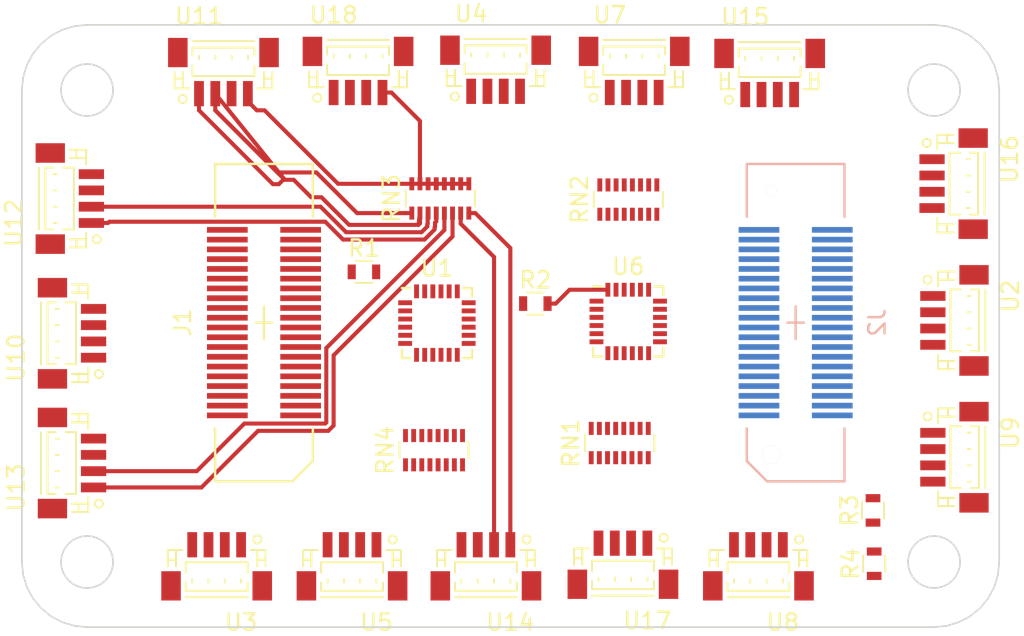
<source format=kicad_pcb>
(kicad_pcb (version 20170123) (host pcbnew no-vcs-found-2f730ca~58~ubuntu16.04.1)

  (general
    (links 128)
    (no_connects 128)
    (area 93.68162 61.38946 156.9163 100.82294)
    (thickness 1.6)
    (drawings 164)
    (tracks 81)
    (zones 0)
    (modules 28)
    (nets 137)
  )

  (page A4)
  (layers
    (0 F.Cu signal)
    (31 B.Cu signal)
    (32 B.Adhes user)
    (33 F.Adhes user)
    (34 B.Paste user)
    (35 F.Paste user)
    (36 B.SilkS user)
    (37 F.SilkS user)
    (38 B.Mask user)
    (39 F.Mask user)
    (40 Dwgs.User user)
    (41 Cmts.User user)
    (42 Eco1.User user)
    (43 Eco2.User user)
    (44 Edge.Cuts user)
    (45 Margin user)
    (46 B.CrtYd user)
    (47 F.CrtYd user)
    (48 B.Fab user hide)
    (49 F.Fab user hide)
  )

  (setup
    (last_trace_width 0.25)
    (trace_clearance 0.2)
    (zone_clearance 0.508)
    (zone_45_only no)
    (trace_min 0.2)
    (segment_width 0.2)
    (edge_width 0.15)
    (via_size 0.8)
    (via_drill 0.4)
    (via_min_size 0.4)
    (via_min_drill 0.3)
    (uvia_size 0.3)
    (uvia_drill 0.1)
    (uvias_allowed no)
    (uvia_min_size 0.2)
    (uvia_min_drill 0.1)
    (pcb_text_width 0.3)
    (pcb_text_size 1.5 1.5)
    (mod_edge_width 0.15)
    (mod_text_size 1 1)
    (mod_text_width 0.15)
    (pad_size 1.524 1.524)
    (pad_drill 0.762)
    (pad_to_mask_clearance 0.2)
    (aux_axis_origin 0 0)
    (visible_elements FFFFF77F)
    (pcbplotparams
      (layerselection 0x00030_ffffffff)
      (usegerberextensions false)
      (excludeedgelayer true)
      (linewidth 0.100000)
      (plotframeref false)
      (viasonmask false)
      (mode 1)
      (useauxorigin false)
      (hpglpennumber 1)
      (hpglpenspeed 20)
      (hpglpendiameter 15)
      (psnegative false)
      (psa4output false)
      (plotreference true)
      (plotvalue true)
      (plotinvisibletext false)
      (padsonsilk false)
      (subtractmaskfromsilk false)
      (outputformat 1)
      (mirror false)
      (drillshape 1)
      (scaleselection 1)
      (outputdirectory ""))
  )

  (net 0 "")
  (net 1 "Net-(J1-Pad2)")
  (net 2 "Net-(J1-Pad4)")
  (net 3 "Net-(J1-Pad3)")
  (net 4 "Net-(J1-Pad1)")
  (net 5 "Net-(J1-Pad5)")
  (net 6 "Net-(J1-Pad7)")
  (net 7 "Net-(J1-Pad8)")
  (net 8 "Net-(J1-Pad6)")
  (net 9 "Net-(J1-Pad9)")
  (net 10 "Net-(J1-Pad10)")
  (net 11 "Net-(J1-Pad20)")
  (net 12 "Net-(J1-Pad19)")
  (net 13 "Net-(J1-Pad18)")
  (net 14 "Net-(J1-Pad17)")
  (net 15 "Net-(J1-Pad16)")
  (net 16 "Net-(J1-Pad15)")
  (net 17 "Net-(J1-Pad14)")
  (net 18 "Net-(J1-Pad13)")
  (net 19 "Net-(J1-Pad12)")
  (net 20 "Net-(J1-Pad11)")
  (net 21 "Net-(J1-Pad40)")
  (net 22 "Net-(J1-Pad39)")
  (net 23 "Net-(J1-Pad38)")
  (net 24 "Net-(J1-Pad37)")
  (net 25 "Net-(J1-Pad36)")
  (net 26 "Net-(J1-Pad35)")
  (net 27 "Net-(J1-Pad34)")
  (net 28 "Net-(J1-Pad33)")
  (net 29 "Net-(J1-Pad32)")
  (net 30 "Net-(J1-Pad31)")
  (net 31 "Net-(J1-Pad21)")
  (net 32 "Net-(J1-Pad22)")
  (net 33 "Net-(J1-Pad23)")
  (net 34 "Net-(J1-Pad24)")
  (net 35 "Net-(J1-Pad25)")
  (net 36 "Net-(J1-Pad26)")
  (net 37 "Net-(J1-Pad27)")
  (net 38 "Net-(J1-Pad28)")
  (net 39 "Net-(J1-Pad29)")
  (net 40 "Net-(J1-Pad30)")
  (net 41 "Net-(J2-Pad30)")
  (net 42 "Net-(J2-Pad29)")
  (net 43 "Net-(J2-Pad28)")
  (net 44 "Net-(J2-Pad27)")
  (net 45 "Net-(J2-Pad26)")
  (net 46 "Net-(J2-Pad25)")
  (net 47 "Net-(J2-Pad24)")
  (net 48 "Net-(J2-Pad23)")
  (net 49 "Net-(J2-Pad22)")
  (net 50 "Net-(J2-Pad21)")
  (net 51 "Net-(J2-Pad31)")
  (net 52 "Net-(J2-Pad32)")
  (net 53 "Net-(J2-Pad33)")
  (net 54 "Net-(J2-Pad34)")
  (net 55 "Net-(J2-Pad35)")
  (net 56 "Net-(J2-Pad36)")
  (net 57 "Net-(J2-Pad37)")
  (net 58 "Net-(J2-Pad38)")
  (net 59 "Net-(J2-Pad39)")
  (net 60 "Net-(J2-Pad40)")
  (net 61 "Net-(J2-Pad11)")
  (net 62 "Net-(J2-Pad12)")
  (net 63 "Net-(J2-Pad13)")
  (net 64 "Net-(J2-Pad14)")
  (net 65 "Net-(J2-Pad15)")
  (net 66 "Net-(J2-Pad16)")
  (net 67 "Net-(J2-Pad17)")
  (net 68 "Net-(J2-Pad18)")
  (net 69 "Net-(J2-Pad19)")
  (net 70 "Net-(J2-Pad20)")
  (net 71 "Net-(J2-Pad10)")
  (net 72 "Net-(J2-Pad9)")
  (net 73 "Net-(J2-Pad6)")
  (net 74 "Net-(J2-Pad8)")
  (net 75 "Net-(J2-Pad7)")
  (net 76 "Net-(J2-Pad5)")
  (net 77 "Net-(J2-Pad1)")
  (net 78 "Net-(J2-Pad3)")
  (net 79 "Net-(J2-Pad4)")
  (net 80 "Net-(J2-Pad2)")
  (net 81 "Net-(R1-Pad2)")
  (net 82 +3V3)
  (net 83 "Net-(R2-Pad2)")
  (net 84 GPIO_SDA_0)
  (net 85 GPIO_SCL_0)
  (net 86 SD3)
  (net 87 SC2)
  (net 88 SD2)
  (net 89 SC1)
  (net 90 SD1)
  (net 91 SC0)
  (net 92 SC3)
  (net 93 SD0)
  (net 94 SD4)
  (net 95 SC7)
  (net 96 SC4)
  (net 97 SD5)
  (net 98 SC5)
  (net 99 SD6)
  (net 100 SC6)
  (net 101 SD7)
  (net 102 SD8)
  (net 103 SC11)
  (net 104 SC8)
  (net 105 SD9)
  (net 106 SC9)
  (net 107 SD10)
  (net 108 SC10)
  (net 109 SD11)
  (net 110 SD15)
  (net 111 SC14)
  (net 112 SD14)
  (net 113 SC13)
  (net 114 SD13)
  (net 115 SC12)
  (net 116 SC15)
  (net 117 SD12)
  (net 118 GND)
  (net 119 "Net-(U6-Pad1)")
  (net 120 "Net-(U6-Pad2)")
  (net 121 "Net-(U6-Pad3)")
  (net 122 "Net-(U6-Pad4)")
  (net 123 "Net-(U6-Pad5)")
  (net 124 "Net-(U6-Pad6)")
  (net 125 "Net-(U6-Pad7)")
  (net 126 "Net-(U6-Pad8)")
  (net 127 "Net-(U6-Pad10)")
  (net 128 "Net-(U6-Pad11)")
  (net 129 "Net-(U6-Pad12)")
  (net 130 "Net-(U6-Pad13)")
  (net 131 "Net-(U6-Pad14)")
  (net 132 "Net-(U6-Pad15)")
  (net 133 "Net-(U6-Pad16)")
  (net 134 "Net-(U6-Pad17)")
  (net 135 /GPIO_SCL_1)
  (net 136 /GPIO_SDA_1)

  (net_class Default "This is the default net class."
    (clearance 0.2)
    (trace_width 0.25)
    (via_dia 0.8)
    (via_drill 0.4)
    (uvia_dia 0.3)
    (uvia_drill 0.1)
    (add_net +3V3)
    (add_net /GPIO_SCL_1)
    (add_net /GPIO_SDA_1)
    (add_net GND)
    (add_net GPIO_SCL_0)
    (add_net GPIO_SDA_0)
    (add_net "Net-(J1-Pad1)")
    (add_net "Net-(J1-Pad10)")
    (add_net "Net-(J1-Pad11)")
    (add_net "Net-(J1-Pad12)")
    (add_net "Net-(J1-Pad13)")
    (add_net "Net-(J1-Pad14)")
    (add_net "Net-(J1-Pad15)")
    (add_net "Net-(J1-Pad16)")
    (add_net "Net-(J1-Pad17)")
    (add_net "Net-(J1-Pad18)")
    (add_net "Net-(J1-Pad19)")
    (add_net "Net-(J1-Pad2)")
    (add_net "Net-(J1-Pad20)")
    (add_net "Net-(J1-Pad21)")
    (add_net "Net-(J1-Pad22)")
    (add_net "Net-(J1-Pad23)")
    (add_net "Net-(J1-Pad24)")
    (add_net "Net-(J1-Pad25)")
    (add_net "Net-(J1-Pad26)")
    (add_net "Net-(J1-Pad27)")
    (add_net "Net-(J1-Pad28)")
    (add_net "Net-(J1-Pad29)")
    (add_net "Net-(J1-Pad3)")
    (add_net "Net-(J1-Pad30)")
    (add_net "Net-(J1-Pad31)")
    (add_net "Net-(J1-Pad32)")
    (add_net "Net-(J1-Pad33)")
    (add_net "Net-(J1-Pad34)")
    (add_net "Net-(J1-Pad35)")
    (add_net "Net-(J1-Pad36)")
    (add_net "Net-(J1-Pad37)")
    (add_net "Net-(J1-Pad38)")
    (add_net "Net-(J1-Pad39)")
    (add_net "Net-(J1-Pad4)")
    (add_net "Net-(J1-Pad40)")
    (add_net "Net-(J1-Pad5)")
    (add_net "Net-(J1-Pad6)")
    (add_net "Net-(J1-Pad7)")
    (add_net "Net-(J1-Pad8)")
    (add_net "Net-(J1-Pad9)")
    (add_net "Net-(J2-Pad1)")
    (add_net "Net-(J2-Pad10)")
    (add_net "Net-(J2-Pad11)")
    (add_net "Net-(J2-Pad12)")
    (add_net "Net-(J2-Pad13)")
    (add_net "Net-(J2-Pad14)")
    (add_net "Net-(J2-Pad15)")
    (add_net "Net-(J2-Pad16)")
    (add_net "Net-(J2-Pad17)")
    (add_net "Net-(J2-Pad18)")
    (add_net "Net-(J2-Pad19)")
    (add_net "Net-(J2-Pad2)")
    (add_net "Net-(J2-Pad20)")
    (add_net "Net-(J2-Pad21)")
    (add_net "Net-(J2-Pad22)")
    (add_net "Net-(J2-Pad23)")
    (add_net "Net-(J2-Pad24)")
    (add_net "Net-(J2-Pad25)")
    (add_net "Net-(J2-Pad26)")
    (add_net "Net-(J2-Pad27)")
    (add_net "Net-(J2-Pad28)")
    (add_net "Net-(J2-Pad29)")
    (add_net "Net-(J2-Pad3)")
    (add_net "Net-(J2-Pad30)")
    (add_net "Net-(J2-Pad31)")
    (add_net "Net-(J2-Pad32)")
    (add_net "Net-(J2-Pad33)")
    (add_net "Net-(J2-Pad34)")
    (add_net "Net-(J2-Pad35)")
    (add_net "Net-(J2-Pad36)")
    (add_net "Net-(J2-Pad37)")
    (add_net "Net-(J2-Pad38)")
    (add_net "Net-(J2-Pad39)")
    (add_net "Net-(J2-Pad4)")
    (add_net "Net-(J2-Pad40)")
    (add_net "Net-(J2-Pad5)")
    (add_net "Net-(J2-Pad6)")
    (add_net "Net-(J2-Pad7)")
    (add_net "Net-(J2-Pad8)")
    (add_net "Net-(J2-Pad9)")
    (add_net "Net-(R1-Pad2)")
    (add_net "Net-(R2-Pad2)")
    (add_net "Net-(U6-Pad1)")
    (add_net "Net-(U6-Pad10)")
    (add_net "Net-(U6-Pad11)")
    (add_net "Net-(U6-Pad12)")
    (add_net "Net-(U6-Pad13)")
    (add_net "Net-(U6-Pad14)")
    (add_net "Net-(U6-Pad15)")
    (add_net "Net-(U6-Pad16)")
    (add_net "Net-(U6-Pad17)")
    (add_net "Net-(U6-Pad2)")
    (add_net "Net-(U6-Pad3)")
    (add_net "Net-(U6-Pad4)")
    (add_net "Net-(U6-Pad5)")
    (add_net "Net-(U6-Pad6)")
    (add_net "Net-(U6-Pad7)")
    (add_net "Net-(U6-Pad8)")
    (add_net SC0)
    (add_net SC1)
    (add_net SC10)
    (add_net SC11)
    (add_net SC12)
    (add_net SC13)
    (add_net SC14)
    (add_net SC15)
    (add_net SC2)
    (add_net SC3)
    (add_net SC4)
    (add_net SC5)
    (add_net SC6)
    (add_net SC7)
    (add_net SC8)
    (add_net SC9)
    (add_net SD0)
    (add_net SD1)
    (add_net SD10)
    (add_net SD11)
    (add_net SD12)
    (add_net SD13)
    (add_net SD14)
    (add_net SD15)
    (add_net SD2)
    (add_net SD3)
    (add_net SD4)
    (add_net SD5)
    (add_net SD6)
    (add_net SD7)
    (add_net SD8)
    (add_net SD9)
  )

  (module hrs-fx8c:hrs-fx8c-40p-sv (layer F.Cu) (tedit 58C5BF5E) (tstamp 58C98A75)
    (at 109.99724 81.32064 90)
    (path /58C88407/58C88528)
    (fp_text reference J1 (at 0 -5 90) (layer F.SilkS)
      (effects (font (size 1 1) (thickness 0.15)))
    )
    (fp_text value CONN_02X20 (at 0 4.75 90) (layer F.Fab)
      (effects (font (size 1 1) (thickness 0.15)))
    )
    (fp_line (start 6.5 -3) (end 9.75 -3) (layer F.SilkS) (width 0.15))
    (fp_line (start 9.75 -3) (end 9.75 3) (layer F.SilkS) (width 0.15))
    (fp_line (start 9.75 3) (end 6.5 3) (layer F.SilkS) (width 0.15))
    (fp_line (start -6.5 -3) (end -9.75 -3) (layer F.SilkS) (width 0.15))
    (fp_line (start -8.5 3) (end -6.5 3) (layer F.SilkS) (width 0.15))
    (fp_line (start -8.5 3) (end -9.75 1.75) (layer F.SilkS) (width 0.15))
    (fp_line (start -9.75 -3) (end -9.75 1.75) (layer F.SilkS) (width 0.15))
    (fp_line (start 0 0) (end 1 0) (layer F.SilkS) (width 0.15))
    (fp_line (start 0 0) (end -1 0) (layer F.SilkS) (width 0.15))
    (fp_line (start 0 0) (end 0 -0.5) (layer F.SilkS) (width 0.15))
    (fp_line (start 0 0) (end 0 0.5) (layer F.SilkS) (width 0.15))
    (pad "" np_thru_hole circle (at -8.1 1.5 90) (size 1.1 1.1) (drill 1.1) (layers *.Cu *.Mask F.SilkS))
    (pad "" np_thru_hole circle (at 8.1 1.5 90) (size 0.7 0.7) (drill 0.7) (layers *.Cu *.Mask F.SilkS))
    (pad 2 smd rect (at -5.1 2.25 90) (size 0.35 2.5) (layers F.Cu F.Paste F.Mask)
      (net 1 "Net-(J1-Pad2)"))
    (pad 4 smd rect (at -3.9 2.25 90) (size 0.35 2.5) (layers F.Cu F.Paste F.Mask)
      (net 2 "Net-(J1-Pad4)"))
    (pad 3 smd rect (at -4.5 2.25 90) (size 0.35 2.5) (layers F.Cu F.Paste F.Mask)
      (net 3 "Net-(J1-Pad3)"))
    (pad 1 smd rect (at -5.7 2.25 90) (size 0.35 2.5) (layers F.Cu F.Paste F.Mask)
      (net 4 "Net-(J1-Pad1)"))
    (pad 5 smd rect (at -3.3 2.25 90) (size 0.35 2.5) (layers F.Cu F.Paste F.Mask)
      (net 5 "Net-(J1-Pad5)"))
    (pad 7 smd rect (at -2.1 2.25 90) (size 0.35 2.5) (layers F.Cu F.Paste F.Mask)
      (net 6 "Net-(J1-Pad7)"))
    (pad 8 smd rect (at -1.5 2.25 90) (size 0.35 2.5) (layers F.Cu F.Paste F.Mask)
      (net 7 "Net-(J1-Pad8)"))
    (pad 6 smd rect (at -2.7 2.25 90) (size 0.35 2.5) (layers F.Cu F.Paste F.Mask)
      (net 8 "Net-(J1-Pad6)"))
    (pad 9 smd rect (at -0.9 2.25 90) (size 0.35 2.5) (layers F.Cu F.Paste F.Mask)
      (net 9 "Net-(J1-Pad9)"))
    (pad 10 smd rect (at -0.3 2.25 90) (size 0.35 2.5) (layers F.Cu F.Paste F.Mask)
      (net 10 "Net-(J1-Pad10)"))
    (pad 20 smd rect (at 5.7 2.25 90) (size 0.35 2.5) (layers F.Cu F.Paste F.Mask)
      (net 11 "Net-(J1-Pad20)"))
    (pad 19 smd rect (at 5.1 2.25 90) (size 0.35 2.5) (layers F.Cu F.Paste F.Mask)
      (net 12 "Net-(J1-Pad19)"))
    (pad 18 smd rect (at 4.5 2.25 90) (size 0.35 2.5) (layers F.Cu F.Paste F.Mask)
      (net 13 "Net-(J1-Pad18)"))
    (pad 17 smd rect (at 3.9 2.25 90) (size 0.35 2.5) (layers F.Cu F.Paste F.Mask)
      (net 14 "Net-(J1-Pad17)"))
    (pad 16 smd rect (at 3.3 2.25 90) (size 0.35 2.5) (layers F.Cu F.Paste F.Mask)
      (net 15 "Net-(J1-Pad16)"))
    (pad 15 smd rect (at 2.7 2.25 90) (size 0.35 2.5) (layers F.Cu F.Paste F.Mask)
      (net 16 "Net-(J1-Pad15)"))
    (pad 14 smd rect (at 2.1 2.25 90) (size 0.35 2.5) (layers F.Cu F.Paste F.Mask)
      (net 17 "Net-(J1-Pad14)"))
    (pad 13 smd rect (at 1.5 2.25 90) (size 0.35 2.5) (layers F.Cu F.Paste F.Mask)
      (net 18 "Net-(J1-Pad13)"))
    (pad 12 smd rect (at 0.9 2.25 90) (size 0.35 2.5) (layers F.Cu F.Paste F.Mask)
      (net 19 "Net-(J1-Pad12)"))
    (pad 11 smd rect (at 0.3 2.25 90) (size 0.35 2.5) (layers F.Cu F.Paste F.Mask)
      (net 20 "Net-(J1-Pad11)"))
    (pad 40 smd rect (at -5.7 -2.25 90) (size 0.35 2.5) (layers F.Cu F.Paste F.Mask)
      (net 21 "Net-(J1-Pad40)"))
    (pad 39 smd rect (at -5.1 -2.25 90) (size 0.35 2.5) (layers F.Cu F.Paste F.Mask)
      (net 22 "Net-(J1-Pad39)"))
    (pad 38 smd rect (at -4.5 -2.25 90) (size 0.35 2.5) (layers F.Cu F.Paste F.Mask)
      (net 23 "Net-(J1-Pad38)"))
    (pad 37 smd rect (at -3.9 -2.25 90) (size 0.35 2.5) (layers F.Cu F.Paste F.Mask)
      (net 24 "Net-(J1-Pad37)"))
    (pad 36 smd rect (at -3.3 -2.25 90) (size 0.35 2.5) (layers F.Cu F.Paste F.Mask)
      (net 25 "Net-(J1-Pad36)"))
    (pad 35 smd rect (at -2.7 -2.25 90) (size 0.35 2.5) (layers F.Cu F.Paste F.Mask)
      (net 26 "Net-(J1-Pad35)"))
    (pad 34 smd rect (at -2.1 -2.25 90) (size 0.35 2.5) (layers F.Cu F.Paste F.Mask)
      (net 27 "Net-(J1-Pad34)"))
    (pad 33 smd rect (at -1.5 -2.25 90) (size 0.35 2.5) (layers F.Cu F.Paste F.Mask)
      (net 28 "Net-(J1-Pad33)"))
    (pad 32 smd rect (at -0.9 -2.25 90) (size 0.35 2.5) (layers F.Cu F.Paste F.Mask)
      (net 29 "Net-(J1-Pad32)"))
    (pad 31 smd rect (at -0.3 -2.25 90) (size 0.35 2.5) (layers F.Cu F.Paste F.Mask)
      (net 30 "Net-(J1-Pad31)"))
    (pad 21 smd rect (at 5.7 -2.25 90) (size 0.35 2.5) (layers F.Cu F.Paste F.Mask)
      (net 31 "Net-(J1-Pad21)"))
    (pad 22 smd rect (at 5.1 -2.25 90) (size 0.35 2.5) (layers F.Cu F.Paste F.Mask)
      (net 32 "Net-(J1-Pad22)"))
    (pad 23 smd rect (at 4.5 -2.25 90) (size 0.35 2.5) (layers F.Cu F.Paste F.Mask)
      (net 33 "Net-(J1-Pad23)"))
    (pad 24 smd rect (at 3.9 -2.25 90) (size 0.35 2.5) (layers F.Cu F.Paste F.Mask)
      (net 34 "Net-(J1-Pad24)"))
    (pad 25 smd rect (at 3.3 -2.25 90) (size 0.35 2.5) (layers F.Cu F.Paste F.Mask)
      (net 35 "Net-(J1-Pad25)"))
    (pad 26 smd rect (at 2.7 -2.25 90) (size 0.35 2.5) (layers F.Cu F.Paste F.Mask)
      (net 36 "Net-(J1-Pad26)"))
    (pad 27 smd rect (at 2.1 -2.25 90) (size 0.35 2.5) (layers F.Cu F.Paste F.Mask)
      (net 37 "Net-(J1-Pad27)"))
    (pad 28 smd rect (at 1.5 -2.25 90) (size 0.35 2.5) (layers F.Cu F.Paste F.Mask)
      (net 38 "Net-(J1-Pad28)"))
    (pad 29 smd rect (at 0.9 -2.25 90) (size 0.35 2.5) (layers F.Cu F.Paste F.Mask)
      (net 39 "Net-(J1-Pad29)"))
    (pad 30 smd rect (at 0.3 -2.25 90) (size 0.35 2.5) (layers F.Cu F.Paste F.Mask)
      (net 40 "Net-(J1-Pad30)"))
    (model ../../../../../home/liknus/git/lsf-kicad-libs/hrs-fx8c.3dshapes/fx8c-60p-sv.wrl
      (at (xyz -0.484 0 -0.155))
      (scale (xyz 0.3937 0.3937 0.3937))
      (rotate (xyz -90 0 0))
    )
  )

  (module hrs-fx8c:hrs-fx8c-40p-sv (layer B.Cu) (tedit 58C5BF5E) (tstamp 58C98AA3)
    (at 142.63624 81.32064 90)
    (path /58C88407/58C885BC)
    (fp_text reference J2 (at 0 5 90) (layer B.SilkS)
      (effects (font (size 1 1) (thickness 0.15)) (justify mirror))
    )
    (fp_text value CONN_02X20 (at 0 -4.75 90) (layer B.Fab)
      (effects (font (size 1 1) (thickness 0.15)) (justify mirror))
    )
    (fp_line (start 0 0) (end 0 -0.5) (layer B.SilkS) (width 0.15))
    (fp_line (start 0 0) (end 0 0.5) (layer B.SilkS) (width 0.15))
    (fp_line (start 0 0) (end -1 0) (layer B.SilkS) (width 0.15))
    (fp_line (start 0 0) (end 1 0) (layer B.SilkS) (width 0.15))
    (fp_line (start -9.75 3) (end -9.75 -1.75) (layer B.SilkS) (width 0.15))
    (fp_line (start -8.5 -3) (end -9.75 -1.75) (layer B.SilkS) (width 0.15))
    (fp_line (start -8.5 -3) (end -6.5 -3) (layer B.SilkS) (width 0.15))
    (fp_line (start -6.5 3) (end -9.75 3) (layer B.SilkS) (width 0.15))
    (fp_line (start 9.75 -3) (end 6.5 -3) (layer B.SilkS) (width 0.15))
    (fp_line (start 9.75 3) (end 9.75 -3) (layer B.SilkS) (width 0.15))
    (fp_line (start 6.5 3) (end 9.75 3) (layer B.SilkS) (width 0.15))
    (pad 30 smd rect (at 0.3 2.25 90) (size 0.35 2.5) (layers B.Cu B.Paste B.Mask)
      (net 41 "Net-(J2-Pad30)"))
    (pad 29 smd rect (at 0.9 2.25 90) (size 0.35 2.5) (layers B.Cu B.Paste B.Mask)
      (net 42 "Net-(J2-Pad29)"))
    (pad 28 smd rect (at 1.5 2.25 90) (size 0.35 2.5) (layers B.Cu B.Paste B.Mask)
      (net 43 "Net-(J2-Pad28)"))
    (pad 27 smd rect (at 2.1 2.25 90) (size 0.35 2.5) (layers B.Cu B.Paste B.Mask)
      (net 44 "Net-(J2-Pad27)"))
    (pad 26 smd rect (at 2.7 2.25 90) (size 0.35 2.5) (layers B.Cu B.Paste B.Mask)
      (net 45 "Net-(J2-Pad26)"))
    (pad 25 smd rect (at 3.3 2.25 90) (size 0.35 2.5) (layers B.Cu B.Paste B.Mask)
      (net 46 "Net-(J2-Pad25)"))
    (pad 24 smd rect (at 3.9 2.25 90) (size 0.35 2.5) (layers B.Cu B.Paste B.Mask)
      (net 47 "Net-(J2-Pad24)"))
    (pad 23 smd rect (at 4.5 2.25 90) (size 0.35 2.5) (layers B.Cu B.Paste B.Mask)
      (net 48 "Net-(J2-Pad23)"))
    (pad 22 smd rect (at 5.1 2.25 90) (size 0.35 2.5) (layers B.Cu B.Paste B.Mask)
      (net 49 "Net-(J2-Pad22)"))
    (pad 21 smd rect (at 5.7 2.25 90) (size 0.35 2.5) (layers B.Cu B.Paste B.Mask)
      (net 50 "Net-(J2-Pad21)"))
    (pad 31 smd rect (at -0.3 2.25 90) (size 0.35 2.5) (layers B.Cu B.Paste B.Mask)
      (net 51 "Net-(J2-Pad31)"))
    (pad 32 smd rect (at -0.9 2.25 90) (size 0.35 2.5) (layers B.Cu B.Paste B.Mask)
      (net 52 "Net-(J2-Pad32)"))
    (pad 33 smd rect (at -1.5 2.25 90) (size 0.35 2.5) (layers B.Cu B.Paste B.Mask)
      (net 53 "Net-(J2-Pad33)"))
    (pad 34 smd rect (at -2.1 2.25 90) (size 0.35 2.5) (layers B.Cu B.Paste B.Mask)
      (net 54 "Net-(J2-Pad34)"))
    (pad 35 smd rect (at -2.7 2.25 90) (size 0.35 2.5) (layers B.Cu B.Paste B.Mask)
      (net 55 "Net-(J2-Pad35)"))
    (pad 36 smd rect (at -3.3 2.25 90) (size 0.35 2.5) (layers B.Cu B.Paste B.Mask)
      (net 56 "Net-(J2-Pad36)"))
    (pad 37 smd rect (at -3.9 2.25 90) (size 0.35 2.5) (layers B.Cu B.Paste B.Mask)
      (net 57 "Net-(J2-Pad37)"))
    (pad 38 smd rect (at -4.5 2.25 90) (size 0.35 2.5) (layers B.Cu B.Paste B.Mask)
      (net 58 "Net-(J2-Pad38)"))
    (pad 39 smd rect (at -5.1 2.25 90) (size 0.35 2.5) (layers B.Cu B.Paste B.Mask)
      (net 59 "Net-(J2-Pad39)"))
    (pad 40 smd rect (at -5.7 2.25 90) (size 0.35 2.5) (layers B.Cu B.Paste B.Mask)
      (net 60 "Net-(J2-Pad40)"))
    (pad 11 smd rect (at 0.3 -2.25 90) (size 0.35 2.5) (layers B.Cu B.Paste B.Mask)
      (net 61 "Net-(J2-Pad11)"))
    (pad 12 smd rect (at 0.9 -2.25 90) (size 0.35 2.5) (layers B.Cu B.Paste B.Mask)
      (net 62 "Net-(J2-Pad12)"))
    (pad 13 smd rect (at 1.5 -2.25 90) (size 0.35 2.5) (layers B.Cu B.Paste B.Mask)
      (net 63 "Net-(J2-Pad13)"))
    (pad 14 smd rect (at 2.1 -2.25 90) (size 0.35 2.5) (layers B.Cu B.Paste B.Mask)
      (net 64 "Net-(J2-Pad14)"))
    (pad 15 smd rect (at 2.7 -2.25 90) (size 0.35 2.5) (layers B.Cu B.Paste B.Mask)
      (net 65 "Net-(J2-Pad15)"))
    (pad 16 smd rect (at 3.3 -2.25 90) (size 0.35 2.5) (layers B.Cu B.Paste B.Mask)
      (net 66 "Net-(J2-Pad16)"))
    (pad 17 smd rect (at 3.9 -2.25 90) (size 0.35 2.5) (layers B.Cu B.Paste B.Mask)
      (net 67 "Net-(J2-Pad17)"))
    (pad 18 smd rect (at 4.5 -2.25 90) (size 0.35 2.5) (layers B.Cu B.Paste B.Mask)
      (net 68 "Net-(J2-Pad18)"))
    (pad 19 smd rect (at 5.1 -2.25 90) (size 0.35 2.5) (layers B.Cu B.Paste B.Mask)
      (net 69 "Net-(J2-Pad19)"))
    (pad 20 smd rect (at 5.7 -2.25 90) (size 0.35 2.5) (layers B.Cu B.Paste B.Mask)
      (net 70 "Net-(J2-Pad20)"))
    (pad 10 smd rect (at -0.3 -2.25 90) (size 0.35 2.5) (layers B.Cu B.Paste B.Mask)
      (net 71 "Net-(J2-Pad10)"))
    (pad 9 smd rect (at -0.9 -2.25 90) (size 0.35 2.5) (layers B.Cu B.Paste B.Mask)
      (net 72 "Net-(J2-Pad9)"))
    (pad 6 smd rect (at -2.7 -2.25 90) (size 0.35 2.5) (layers B.Cu B.Paste B.Mask)
      (net 73 "Net-(J2-Pad6)"))
    (pad 8 smd rect (at -1.5 -2.25 90) (size 0.35 2.5) (layers B.Cu B.Paste B.Mask)
      (net 74 "Net-(J2-Pad8)"))
    (pad 7 smd rect (at -2.1 -2.25 90) (size 0.35 2.5) (layers B.Cu B.Paste B.Mask)
      (net 75 "Net-(J2-Pad7)"))
    (pad 5 smd rect (at -3.3 -2.25 90) (size 0.35 2.5) (layers B.Cu B.Paste B.Mask)
      (net 76 "Net-(J2-Pad5)"))
    (pad 1 smd rect (at -5.7 -2.25 90) (size 0.35 2.5) (layers B.Cu B.Paste B.Mask)
      (net 77 "Net-(J2-Pad1)"))
    (pad 3 smd rect (at -4.5 -2.25 90) (size 0.35 2.5) (layers B.Cu B.Paste B.Mask)
      (net 78 "Net-(J2-Pad3)"))
    (pad 4 smd rect (at -3.9 -2.25 90) (size 0.35 2.5) (layers B.Cu B.Paste B.Mask)
      (net 79 "Net-(J2-Pad4)"))
    (pad 2 smd rect (at -5.1 -2.25 90) (size 0.35 2.5) (layers B.Cu B.Paste B.Mask)
      (net 80 "Net-(J2-Pad2)"))
    (pad "" np_thru_hole circle (at 8.1 -1.5 90) (size 0.7 0.7) (drill 0.7) (layers *.Cu *.Mask B.SilkS))
    (pad "" np_thru_hole circle (at -8.1 -1.5 90) (size 1.1 1.1) (drill 1.1) (layers *.Cu *.Mask B.SilkS))
    (model ../../../../../home/liknus/git/lsf-kicad-libs/hrs-fx8c.3dshapes/fx8c-60p-sv.wrl
      (at (xyz -0.484 0 -0.155))
      (scale (xyz 0.3937 0.3937 0.3937))
      (rotate (xyz -90 0 0))
    )
  )

  (module Resistors_SMD:R_0603 (layer F.Cu) (tedit 58AAD9CA) (tstamp 58C98AA9)
    (at 116.13388 78.20152)
    (descr "Resistor SMD 0603, reflow soldering, Vishay (see dcrcw.pdf)")
    (tags "resistor 0603")
    (path /58C86B93)
    (attr smd)
    (fp_text reference R1 (at 0 -1.45) (layer F.SilkS)
      (effects (font (size 1 1) (thickness 0.15)))
    )
    (fp_text value 2k2 (at 0 1.5) (layer F.Fab)
      (effects (font (size 1 1) (thickness 0.15)))
    )
    (fp_line (start 1.25 0.7) (end -1.25 0.7) (layer F.CrtYd) (width 0.05))
    (fp_line (start 1.25 0.7) (end 1.25 -0.7) (layer F.CrtYd) (width 0.05))
    (fp_line (start -1.25 -0.7) (end -1.25 0.7) (layer F.CrtYd) (width 0.05))
    (fp_line (start -1.25 -0.7) (end 1.25 -0.7) (layer F.CrtYd) (width 0.05))
    (fp_line (start -0.5 -0.68) (end 0.5 -0.68) (layer F.SilkS) (width 0.12))
    (fp_line (start 0.5 0.68) (end -0.5 0.68) (layer F.SilkS) (width 0.12))
    (fp_line (start -0.8 -0.4) (end 0.8 -0.4) (layer F.Fab) (width 0.1))
    (fp_line (start 0.8 -0.4) (end 0.8 0.4) (layer F.Fab) (width 0.1))
    (fp_line (start 0.8 0.4) (end -0.8 0.4) (layer F.Fab) (width 0.1))
    (fp_line (start -0.8 0.4) (end -0.8 -0.4) (layer F.Fab) (width 0.1))
    (fp_text user %R (at 0 -1.45) (layer F.Fab)
      (effects (font (size 1 1) (thickness 0.15)))
    )
    (pad 2 smd rect (at 0.75 0) (size 0.5 0.9) (layers F.Cu F.Paste F.Mask)
      (net 81 "Net-(R1-Pad2)"))
    (pad 1 smd rect (at -0.75 0) (size 0.5 0.9) (layers F.Cu F.Paste F.Mask)
      (net 82 +3V3))
    (model Resistors_SMD.3dshapes/R_0603.wrl
      (at (xyz 0 0 0))
      (scale (xyz 1 1 1))
      (rotate (xyz 0 0 0))
    )
  )

  (module Resistors_SMD:R_0603 (layer F.Cu) (tedit 58AAD9CA) (tstamp 58C98AAF)
    (at 126.6564 80.15224)
    (descr "Resistor SMD 0603, reflow soldering, Vishay (see dcrcw.pdf)")
    (tags "resistor 0603")
    (path /58C86B94)
    (attr smd)
    (fp_text reference R2 (at 0 -1.45) (layer F.SilkS)
      (effects (font (size 1 1) (thickness 0.15)))
    )
    (fp_text value 2k2 (at 0 1.5) (layer F.Fab)
      (effects (font (size 1 1) (thickness 0.15)))
    )
    (fp_text user %R (at 0 -1.45) (layer F.Fab)
      (effects (font (size 1 1) (thickness 0.15)))
    )
    (fp_line (start -0.8 0.4) (end -0.8 -0.4) (layer F.Fab) (width 0.1))
    (fp_line (start 0.8 0.4) (end -0.8 0.4) (layer F.Fab) (width 0.1))
    (fp_line (start 0.8 -0.4) (end 0.8 0.4) (layer F.Fab) (width 0.1))
    (fp_line (start -0.8 -0.4) (end 0.8 -0.4) (layer F.Fab) (width 0.1))
    (fp_line (start 0.5 0.68) (end -0.5 0.68) (layer F.SilkS) (width 0.12))
    (fp_line (start -0.5 -0.68) (end 0.5 -0.68) (layer F.SilkS) (width 0.12))
    (fp_line (start -1.25 -0.7) (end 1.25 -0.7) (layer F.CrtYd) (width 0.05))
    (fp_line (start -1.25 -0.7) (end -1.25 0.7) (layer F.CrtYd) (width 0.05))
    (fp_line (start 1.25 0.7) (end 1.25 -0.7) (layer F.CrtYd) (width 0.05))
    (fp_line (start 1.25 0.7) (end -1.25 0.7) (layer F.CrtYd) (width 0.05))
    (pad 1 smd rect (at -0.75 0) (size 0.5 0.9) (layers F.Cu F.Paste F.Mask)
      (net 82 +3V3))
    (pad 2 smd rect (at 0.75 0) (size 0.5 0.9) (layers F.Cu F.Paste F.Mask)
      (net 83 "Net-(R2-Pad2)"))
    (model Resistors_SMD.3dshapes/R_0603.wrl
      (at (xyz 0 0 0))
      (scale (xyz 1 1 1))
      (rotate (xyz 0 0 0))
    )
  )

  (module Resistors_SMD:R_0603 (layer F.Cu) (tedit 58AAD9CA) (tstamp 58C98AB5)
    (at 147.38604 92.85732 90)
    (descr "Resistor SMD 0603, reflow soldering, Vishay (see dcrcw.pdf)")
    (tags "resistor 0603")
    (path /58CCA4DA)
    (attr smd)
    (fp_text reference R3 (at 0 -1.45 90) (layer F.SilkS)
      (effects (font (size 1 1) (thickness 0.15)))
    )
    (fp_text value 2k2 (at 0 1.5 90) (layer F.Fab)
      (effects (font (size 1 1) (thickness 0.15)))
    )
    (fp_line (start 1.25 0.7) (end -1.25 0.7) (layer F.CrtYd) (width 0.05))
    (fp_line (start 1.25 0.7) (end 1.25 -0.7) (layer F.CrtYd) (width 0.05))
    (fp_line (start -1.25 -0.7) (end -1.25 0.7) (layer F.CrtYd) (width 0.05))
    (fp_line (start -1.25 -0.7) (end 1.25 -0.7) (layer F.CrtYd) (width 0.05))
    (fp_line (start -0.5 -0.68) (end 0.5 -0.68) (layer F.SilkS) (width 0.12))
    (fp_line (start 0.5 0.68) (end -0.5 0.68) (layer F.SilkS) (width 0.12))
    (fp_line (start -0.8 -0.4) (end 0.8 -0.4) (layer F.Fab) (width 0.1))
    (fp_line (start 0.8 -0.4) (end 0.8 0.4) (layer F.Fab) (width 0.1))
    (fp_line (start 0.8 0.4) (end -0.8 0.4) (layer F.Fab) (width 0.1))
    (fp_line (start -0.8 0.4) (end -0.8 -0.4) (layer F.Fab) (width 0.1))
    (fp_text user %R (at 0 -1.45 90) (layer F.Fab)
      (effects (font (size 1 1) (thickness 0.15)))
    )
    (pad 2 smd rect (at 0.75 0 90) (size 0.5 0.9) (layers F.Cu F.Paste F.Mask)
      (net 84 GPIO_SDA_0))
    (pad 1 smd rect (at -0.75 0 90) (size 0.5 0.9) (layers F.Cu F.Paste F.Mask)
      (net 82 +3V3))
    (model Resistors_SMD.3dshapes/R_0603.wrl
      (at (xyz 0 0 0))
      (scale (xyz 1 1 1))
      (rotate (xyz 0 0 0))
    )
  )

  (module Resistors_SMD:R_0603 (layer F.Cu) (tedit 58AAD9CA) (tstamp 58C98ABB)
    (at 147.45716 96.13392 90)
    (descr "Resistor SMD 0603, reflow soldering, Vishay (see dcrcw.pdf)")
    (tags "resistor 0603")
    (path /58CCA738)
    (attr smd)
    (fp_text reference R4 (at 0 -1.45 90) (layer F.SilkS)
      (effects (font (size 1 1) (thickness 0.15)))
    )
    (fp_text value 2k2 (at 0 1.5 90) (layer F.Fab)
      (effects (font (size 1 1) (thickness 0.15)))
    )
    (fp_text user %R (at 0 -1.45 90) (layer F.Fab)
      (effects (font (size 1 1) (thickness 0.15)))
    )
    (fp_line (start -0.8 0.4) (end -0.8 -0.4) (layer F.Fab) (width 0.1))
    (fp_line (start 0.8 0.4) (end -0.8 0.4) (layer F.Fab) (width 0.1))
    (fp_line (start 0.8 -0.4) (end 0.8 0.4) (layer F.Fab) (width 0.1))
    (fp_line (start -0.8 -0.4) (end 0.8 -0.4) (layer F.Fab) (width 0.1))
    (fp_line (start 0.5 0.68) (end -0.5 0.68) (layer F.SilkS) (width 0.12))
    (fp_line (start -0.5 -0.68) (end 0.5 -0.68) (layer F.SilkS) (width 0.12))
    (fp_line (start -1.25 -0.7) (end 1.25 -0.7) (layer F.CrtYd) (width 0.05))
    (fp_line (start -1.25 -0.7) (end -1.25 0.7) (layer F.CrtYd) (width 0.05))
    (fp_line (start 1.25 0.7) (end 1.25 -0.7) (layer F.CrtYd) (width 0.05))
    (fp_line (start 1.25 0.7) (end -1.25 0.7) (layer F.CrtYd) (width 0.05))
    (pad 1 smd rect (at -0.75 0 90) (size 0.5 0.9) (layers F.Cu F.Paste F.Mask)
      (net 82 +3V3))
    (pad 2 smd rect (at 0.75 0 90) (size 0.5 0.9) (layers F.Cu F.Paste F.Mask)
      (net 85 GPIO_SCL_0))
    (model Resistors_SMD.3dshapes/R_0603.wrl
      (at (xyz 0 0 0))
      (scale (xyz 1 1 1))
      (rotate (xyz 0 0 0))
    )
  )

  (module Resistors_SMD:R_Array_Convex_8x0602 (layer F.Cu) (tedit 58AAE656) (tstamp 58C98ACF)
    (at 131.837 88.72112 90)
    (descr "Chip Resistor Network, ROHM MNR18 (see mnr_g.pdf)")
    (tags "resistor array")
    (path /58C86B92)
    (attr smd)
    (fp_text reference RN1 (at 0 -3 90) (layer F.SilkS)
      (effects (font (size 1 1) (thickness 0.15)))
    )
    (fp_text value R_Pack08 (at 0 3 90) (layer F.Fab)
      (effects (font (size 1 1) (thickness 0.15)))
    )
    (fp_line (start 1.55 2.25) (end -1.55 2.25) (layer F.CrtYd) (width 0.05))
    (fp_line (start 1.55 2.25) (end 1.55 -2.25) (layer F.CrtYd) (width 0.05))
    (fp_line (start -1.55 -2.25) (end -1.55 2.25) (layer F.CrtYd) (width 0.05))
    (fp_line (start -1.55 -2.25) (end 1.55 -2.25) (layer F.CrtYd) (width 0.05))
    (fp_line (start 0.5 -2.12) (end -0.5 -2.12) (layer F.SilkS) (width 0.12))
    (fp_line (start 0.5 2.12) (end -0.5 2.12) (layer F.SilkS) (width 0.12))
    (fp_line (start 0.8 -2) (end -0.8 -2) (layer F.Fab) (width 0.1))
    (fp_line (start 0.8 2) (end 0.8 -2) (layer F.Fab) (width 0.1))
    (fp_line (start -0.8 2) (end 0.8 2) (layer F.Fab) (width 0.1))
    (fp_line (start -0.8 -2) (end -0.8 2) (layer F.Fab) (width 0.1))
    (fp_text user %R (at 0 -3 90) (layer F.Fab)
      (effects (font (size 1 1) (thickness 0.15)))
    )
    (pad 10 smd rect (at 0.9 1.25 90) (size 0.8 0.3) (layers F.Cu F.Paste F.Mask)
      (net 82 +3V3))
    (pad 12 smd rect (at 0.9 0.25 90) (size 0.8 0.3) (layers F.Cu F.Paste F.Mask)
      (net 82 +3V3))
    (pad 11 smd rect (at 0.9 0.75 90) (size 0.8 0.3) (layers F.Cu F.Paste F.Mask)
      (net 82 +3V3))
    (pad 13 smd rect (at 0.9 -0.25 90) (size 0.8 0.3) (layers F.Cu F.Paste F.Mask)
      (net 82 +3V3))
    (pad 14 smd rect (at 0.9 -0.75 90) (size 0.8 0.3) (layers F.Cu F.Paste F.Mask)
      (net 82 +3V3))
    (pad 15 smd rect (at 0.9 -1.25 90) (size 0.8 0.3) (layers F.Cu F.Paste F.Mask)
      (net 82 +3V3))
    (pad 7 smd rect (at -0.9 1.25 90) (size 0.8 0.3) (layers F.Cu F.Paste F.Mask)
      (net 86 SD3))
    (pad 6 smd rect (at -0.9 0.75 90) (size 0.8 0.3) (layers F.Cu F.Paste F.Mask)
      (net 87 SC2))
    (pad 5 smd rect (at -0.9 0.25 90) (size 0.8 0.3) (layers F.Cu F.Paste F.Mask)
      (net 88 SD2))
    (pad 4 smd rect (at -0.9 -0.25 90) (size 0.8 0.3) (layers F.Cu F.Paste F.Mask)
      (net 89 SC1))
    (pad 3 smd rect (at -0.9 -0.75 90) (size 0.8 0.3) (layers F.Cu F.Paste F.Mask)
      (net 90 SD1))
    (pad 2 smd rect (at -0.9 -1.25 90) (size 0.8 0.3) (layers F.Cu F.Paste F.Mask)
      (net 91 SC0))
    (pad 9 smd rect (at 0.9 1.75 90) (size 0.8 0.3) (layers F.Cu F.Paste F.Mask)
      (net 82 +3V3))
    (pad 8 smd rect (at -0.9 1.75 90) (size 0.8 0.3) (layers F.Cu F.Paste F.Mask)
      (net 92 SC3))
    (pad 16 smd rect (at 0.9 -1.75 90) (size 0.8 0.3) (layers F.Cu F.Paste F.Mask)
      (net 82 +3V3))
    (pad 1 smd rect (at -0.9 -1.75 90) (size 0.8 0.3) (layers F.Cu F.Paste F.Mask)
      (net 93 SD0))
    (model Resistors_SMD.3dshapes/R_Array_Convex_8x0602.wrl
      (at (xyz 0 0 0))
      (scale (xyz 1 1 1))
      (rotate (xyz 0 0 0))
    )
  )

  (module Resistors_SMD:R_Array_Convex_8x0602 (layer F.Cu) (tedit 58AAE656) (tstamp 58C98AE3)
    (at 132.36448 73.7616 90)
    (descr "Chip Resistor Network, ROHM MNR18 (see mnr_g.pdf)")
    (tags "resistor array")
    (path /58C86BBB)
    (attr smd)
    (fp_text reference RN2 (at 0 -3 90) (layer F.SilkS)
      (effects (font (size 1 1) (thickness 0.15)))
    )
    (fp_text value R_Pack08 (at 0 3 90) (layer F.Fab)
      (effects (font (size 1 1) (thickness 0.15)))
    )
    (fp_text user %R (at 0 -3 90) (layer F.Fab)
      (effects (font (size 1 1) (thickness 0.15)))
    )
    (fp_line (start -0.8 -2) (end -0.8 2) (layer F.Fab) (width 0.1))
    (fp_line (start -0.8 2) (end 0.8 2) (layer F.Fab) (width 0.1))
    (fp_line (start 0.8 2) (end 0.8 -2) (layer F.Fab) (width 0.1))
    (fp_line (start 0.8 -2) (end -0.8 -2) (layer F.Fab) (width 0.1))
    (fp_line (start 0.5 2.12) (end -0.5 2.12) (layer F.SilkS) (width 0.12))
    (fp_line (start 0.5 -2.12) (end -0.5 -2.12) (layer F.SilkS) (width 0.12))
    (fp_line (start -1.55 -2.25) (end 1.55 -2.25) (layer F.CrtYd) (width 0.05))
    (fp_line (start -1.55 -2.25) (end -1.55 2.25) (layer F.CrtYd) (width 0.05))
    (fp_line (start 1.55 2.25) (end 1.55 -2.25) (layer F.CrtYd) (width 0.05))
    (fp_line (start 1.55 2.25) (end -1.55 2.25) (layer F.CrtYd) (width 0.05))
    (pad 1 smd rect (at -0.9 -1.75 90) (size 0.8 0.3) (layers F.Cu F.Paste F.Mask)
      (net 94 SD4))
    (pad 16 smd rect (at 0.9 -1.75 90) (size 0.8 0.3) (layers F.Cu F.Paste F.Mask)
      (net 82 +3V3))
    (pad 8 smd rect (at -0.9 1.75 90) (size 0.8 0.3) (layers F.Cu F.Paste F.Mask)
      (net 95 SC7))
    (pad 9 smd rect (at 0.9 1.75 90) (size 0.8 0.3) (layers F.Cu F.Paste F.Mask)
      (net 82 +3V3))
    (pad 2 smd rect (at -0.9 -1.25 90) (size 0.8 0.3) (layers F.Cu F.Paste F.Mask)
      (net 96 SC4))
    (pad 3 smd rect (at -0.9 -0.75 90) (size 0.8 0.3) (layers F.Cu F.Paste F.Mask)
      (net 97 SD5))
    (pad 4 smd rect (at -0.9 -0.25 90) (size 0.8 0.3) (layers F.Cu F.Paste F.Mask)
      (net 98 SC5))
    (pad 5 smd rect (at -0.9 0.25 90) (size 0.8 0.3) (layers F.Cu F.Paste F.Mask)
      (net 99 SD6))
    (pad 6 smd rect (at -0.9 0.75 90) (size 0.8 0.3) (layers F.Cu F.Paste F.Mask)
      (net 100 SC6))
    (pad 7 smd rect (at -0.9 1.25 90) (size 0.8 0.3) (layers F.Cu F.Paste F.Mask)
      (net 101 SD7))
    (pad 15 smd rect (at 0.9 -1.25 90) (size 0.8 0.3) (layers F.Cu F.Paste F.Mask)
      (net 82 +3V3))
    (pad 14 smd rect (at 0.9 -0.75 90) (size 0.8 0.3) (layers F.Cu F.Paste F.Mask)
      (net 82 +3V3))
    (pad 13 smd rect (at 0.9 -0.25 90) (size 0.8 0.3) (layers F.Cu F.Paste F.Mask)
      (net 82 +3V3))
    (pad 11 smd rect (at 0.9 0.75 90) (size 0.8 0.3) (layers F.Cu F.Paste F.Mask)
      (net 82 +3V3))
    (pad 12 smd rect (at 0.9 0.25 90) (size 0.8 0.3) (layers F.Cu F.Paste F.Mask)
      (net 82 +3V3))
    (pad 10 smd rect (at 0.9 1.25 90) (size 0.8 0.3) (layers F.Cu F.Paste F.Mask)
      (net 82 +3V3))
    (model Resistors_SMD.3dshapes/R_Array_Convex_8x0602.wrl
      (at (xyz 0 0 0))
      (scale (xyz 1 1 1))
      (rotate (xyz 0 0 0))
    )
  )

  (module Resistors_SMD:R_Array_Convex_8x0602 (layer F.Cu) (tedit 58AAE656) (tstamp 58C98AF7)
    (at 120.82272 73.69048 90)
    (descr "Chip Resistor Network, ROHM MNR18 (see mnr_g.pdf)")
    (tags "resistor array")
    (path /58C86BBF)
    (attr smd)
    (fp_text reference RN3 (at 0 -3 90) (layer F.SilkS)
      (effects (font (size 1 1) (thickness 0.15)))
    )
    (fp_text value R_Pack08 (at 0 3 90) (layer F.Fab)
      (effects (font (size 1 1) (thickness 0.15)))
    )
    (fp_text user %R (at 0 -3 90) (layer F.Fab)
      (effects (font (size 1 1) (thickness 0.15)))
    )
    (fp_line (start -0.8 -2) (end -0.8 2) (layer F.Fab) (width 0.1))
    (fp_line (start -0.8 2) (end 0.8 2) (layer F.Fab) (width 0.1))
    (fp_line (start 0.8 2) (end 0.8 -2) (layer F.Fab) (width 0.1))
    (fp_line (start 0.8 -2) (end -0.8 -2) (layer F.Fab) (width 0.1))
    (fp_line (start 0.5 2.12) (end -0.5 2.12) (layer F.SilkS) (width 0.12))
    (fp_line (start 0.5 -2.12) (end -0.5 -2.12) (layer F.SilkS) (width 0.12))
    (fp_line (start -1.55 -2.25) (end 1.55 -2.25) (layer F.CrtYd) (width 0.05))
    (fp_line (start -1.55 -2.25) (end -1.55 2.25) (layer F.CrtYd) (width 0.05))
    (fp_line (start 1.55 2.25) (end 1.55 -2.25) (layer F.CrtYd) (width 0.05))
    (fp_line (start 1.55 2.25) (end -1.55 2.25) (layer F.CrtYd) (width 0.05))
    (pad 1 smd rect (at -0.9 -1.75 90) (size 0.8 0.3) (layers F.Cu F.Paste F.Mask)
      (net 102 SD8))
    (pad 16 smd rect (at 0.9 -1.75 90) (size 0.8 0.3) (layers F.Cu F.Paste F.Mask)
      (net 82 +3V3))
    (pad 8 smd rect (at -0.9 1.75 90) (size 0.8 0.3) (layers F.Cu F.Paste F.Mask)
      (net 103 SC11))
    (pad 9 smd rect (at 0.9 1.75 90) (size 0.8 0.3) (layers F.Cu F.Paste F.Mask)
      (net 82 +3V3))
    (pad 2 smd rect (at -0.9 -1.25 90) (size 0.8 0.3) (layers F.Cu F.Paste F.Mask)
      (net 104 SC8))
    (pad 3 smd rect (at -0.9 -0.75 90) (size 0.8 0.3) (layers F.Cu F.Paste F.Mask)
      (net 105 SD9))
    (pad 4 smd rect (at -0.9 -0.25 90) (size 0.8 0.3) (layers F.Cu F.Paste F.Mask)
      (net 106 SC9))
    (pad 5 smd rect (at -0.9 0.25 90) (size 0.8 0.3) (layers F.Cu F.Paste F.Mask)
      (net 107 SD10))
    (pad 6 smd rect (at -0.9 0.75 90) (size 0.8 0.3) (layers F.Cu F.Paste F.Mask)
      (net 108 SC10))
    (pad 7 smd rect (at -0.9 1.25 90) (size 0.8 0.3) (layers F.Cu F.Paste F.Mask)
      (net 109 SD11))
    (pad 15 smd rect (at 0.9 -1.25 90) (size 0.8 0.3) (layers F.Cu F.Paste F.Mask)
      (net 82 +3V3))
    (pad 14 smd rect (at 0.9 -0.75 90) (size 0.8 0.3) (layers F.Cu F.Paste F.Mask)
      (net 82 +3V3))
    (pad 13 smd rect (at 0.9 -0.25 90) (size 0.8 0.3) (layers F.Cu F.Paste F.Mask)
      (net 82 +3V3))
    (pad 11 smd rect (at 0.9 0.75 90) (size 0.8 0.3) (layers F.Cu F.Paste F.Mask)
      (net 82 +3V3))
    (pad 12 smd rect (at 0.9 0.25 90) (size 0.8 0.3) (layers F.Cu F.Paste F.Mask)
      (net 82 +3V3))
    (pad 10 smd rect (at 0.9 1.25 90) (size 0.8 0.3) (layers F.Cu F.Paste F.Mask)
      (net 82 +3V3))
    (model Resistors_SMD.3dshapes/R_Array_Convex_8x0602.wrl
      (at (xyz 0 0 0))
      (scale (xyz 1 1 1))
      (rotate (xyz 0 0 0))
    )
  )

  (module Resistors_SMD:R_Array_Convex_8x0602 (layer F.Cu) (tedit 58AAE656) (tstamp 58C98B0B)
    (at 120.43556 89.15824 90)
    (descr "Chip Resistor Network, ROHM MNR18 (see mnr_g.pdf)")
    (tags "resistor array")
    (path /58C86BBD)
    (attr smd)
    (fp_text reference RN4 (at 0 -3 90) (layer F.SilkS)
      (effects (font (size 1 1) (thickness 0.15)))
    )
    (fp_text value R_Pack08 (at 0 3 90) (layer F.Fab)
      (effects (font (size 1 1) (thickness 0.15)))
    )
    (fp_line (start 1.55 2.25) (end -1.55 2.25) (layer F.CrtYd) (width 0.05))
    (fp_line (start 1.55 2.25) (end 1.55 -2.25) (layer F.CrtYd) (width 0.05))
    (fp_line (start -1.55 -2.25) (end -1.55 2.25) (layer F.CrtYd) (width 0.05))
    (fp_line (start -1.55 -2.25) (end 1.55 -2.25) (layer F.CrtYd) (width 0.05))
    (fp_line (start 0.5 -2.12) (end -0.5 -2.12) (layer F.SilkS) (width 0.12))
    (fp_line (start 0.5 2.12) (end -0.5 2.12) (layer F.SilkS) (width 0.12))
    (fp_line (start 0.8 -2) (end -0.8 -2) (layer F.Fab) (width 0.1))
    (fp_line (start 0.8 2) (end 0.8 -2) (layer F.Fab) (width 0.1))
    (fp_line (start -0.8 2) (end 0.8 2) (layer F.Fab) (width 0.1))
    (fp_line (start -0.8 -2) (end -0.8 2) (layer F.Fab) (width 0.1))
    (fp_text user %R (at 0 -3 90) (layer F.Fab)
      (effects (font (size 1 1) (thickness 0.15)))
    )
    (pad 10 smd rect (at 0.9 1.25 90) (size 0.8 0.3) (layers F.Cu F.Paste F.Mask)
      (net 82 +3V3))
    (pad 12 smd rect (at 0.9 0.25 90) (size 0.8 0.3) (layers F.Cu F.Paste F.Mask)
      (net 82 +3V3))
    (pad 11 smd rect (at 0.9 0.75 90) (size 0.8 0.3) (layers F.Cu F.Paste F.Mask)
      (net 82 +3V3))
    (pad 13 smd rect (at 0.9 -0.25 90) (size 0.8 0.3) (layers F.Cu F.Paste F.Mask)
      (net 82 +3V3))
    (pad 14 smd rect (at 0.9 -0.75 90) (size 0.8 0.3) (layers F.Cu F.Paste F.Mask)
      (net 82 +3V3))
    (pad 15 smd rect (at 0.9 -1.25 90) (size 0.8 0.3) (layers F.Cu F.Paste F.Mask)
      (net 82 +3V3))
    (pad 7 smd rect (at -0.9 1.25 90) (size 0.8 0.3) (layers F.Cu F.Paste F.Mask)
      (net 110 SD15))
    (pad 6 smd rect (at -0.9 0.75 90) (size 0.8 0.3) (layers F.Cu F.Paste F.Mask)
      (net 111 SC14))
    (pad 5 smd rect (at -0.9 0.25 90) (size 0.8 0.3) (layers F.Cu F.Paste F.Mask)
      (net 112 SD14))
    (pad 4 smd rect (at -0.9 -0.25 90) (size 0.8 0.3) (layers F.Cu F.Paste F.Mask)
      (net 113 SC13))
    (pad 3 smd rect (at -0.9 -0.75 90) (size 0.8 0.3) (layers F.Cu F.Paste F.Mask)
      (net 114 SD13))
    (pad 2 smd rect (at -0.9 -1.25 90) (size 0.8 0.3) (layers F.Cu F.Paste F.Mask)
      (net 115 SC12))
    (pad 9 smd rect (at 0.9 1.75 90) (size 0.8 0.3) (layers F.Cu F.Paste F.Mask)
      (net 82 +3V3))
    (pad 8 smd rect (at -0.9 1.75 90) (size 0.8 0.3) (layers F.Cu F.Paste F.Mask)
      (net 116 SC15))
    (pad 16 smd rect (at 0.9 -1.75 90) (size 0.8 0.3) (layers F.Cu F.Paste F.Mask)
      (net 82 +3V3))
    (pad 1 smd rect (at -0.9 -1.75 90) (size 0.8 0.3) (layers F.Cu F.Paste F.Mask)
      (net 117 SD12))
    (model Resistors_SMD.3dshapes/R_Array_Convex_8x0602.wrl
      (at (xyz 0 0 0))
      (scale (xyz 1 1 1))
      (rotate (xyz 0 0 0))
    )
  )

  (module Housings_DFN_QFN:QFN-24_4x4mm_Pitch0.5mm (layer F.Cu) (tedit 57CEA3BE) (tstamp 58C98B27)
    (at 120.61372 81.35004)
    (descr "24-Lead Plastic Quad Flat, No Lead Package (MJ) - 4x4x0.9 mm Body [QFN]; (see Microchip Packaging Specification 00000049BS.pdf)")
    (tags "QFN 0.5")
    (path /58C87140)
    (attr smd)
    (fp_text reference U1 (at 0 -3.375) (layer F.SilkS)
      (effects (font (size 1 1) (thickness 0.15)))
    )
    (fp_text value TCA9548ARGER (at 0 3.375) (layer F.Fab)
      (effects (font (size 1 1) (thickness 0.15)))
    )
    (fp_line (start 2.15 -2.15) (end 1.625 -2.15) (layer F.SilkS) (width 0.15))
    (fp_line (start 2.15 2.15) (end 1.625 2.15) (layer F.SilkS) (width 0.15))
    (fp_line (start -2.15 2.15) (end -1.625 2.15) (layer F.SilkS) (width 0.15))
    (fp_line (start -2.15 -2.15) (end -1.625 -2.15) (layer F.SilkS) (width 0.15))
    (fp_line (start 2.15 2.15) (end 2.15 1.625) (layer F.SilkS) (width 0.15))
    (fp_line (start -2.15 2.15) (end -2.15 1.625) (layer F.SilkS) (width 0.15))
    (fp_line (start 2.15 -2.15) (end 2.15 -1.625) (layer F.SilkS) (width 0.15))
    (fp_line (start -2.65 2.65) (end 2.65 2.65) (layer F.CrtYd) (width 0.05))
    (fp_line (start -2.65 -2.65) (end 2.65 -2.65) (layer F.CrtYd) (width 0.05))
    (fp_line (start 2.65 -2.65) (end 2.65 2.65) (layer F.CrtYd) (width 0.05))
    (fp_line (start -2.65 -2.65) (end -2.65 2.65) (layer F.CrtYd) (width 0.05))
    (fp_line (start -2 -1) (end -1 -2) (layer F.Fab) (width 0.15))
    (fp_line (start -2 2) (end -2 -1) (layer F.Fab) (width 0.15))
    (fp_line (start 2 2) (end -2 2) (layer F.Fab) (width 0.15))
    (fp_line (start 2 -2) (end 2 2) (layer F.Fab) (width 0.15))
    (fp_line (start -1 -2) (end 2 -2) (layer F.Fab) (width 0.15))
    (pad 24 smd rect (at -1.25 -1.95 90) (size 0.85 0.3) (layers F.Cu F.Paste F.Mask)
      (net 81 "Net-(R1-Pad2)"))
    (pad 23 smd rect (at -0.75 -1.95 90) (size 0.85 0.3) (layers F.Cu F.Paste F.Mask)
      (net 118 GND))
    (pad 22 smd rect (at -0.25 -1.95 90) (size 0.85 0.3) (layers F.Cu F.Paste F.Mask)
      (net 118 GND))
    (pad 21 smd rect (at 0.25 -1.95 90) (size 0.85 0.3) (layers F.Cu F.Paste F.Mask)
      (net 82 +3V3))
    (pad 20 smd rect (at 0.75 -1.95 90) (size 0.85 0.3) (layers F.Cu F.Paste F.Mask)
      (net 84 GPIO_SDA_0))
    (pad 19 smd rect (at 1.25 -1.95 90) (size 0.85 0.3) (layers F.Cu F.Paste F.Mask)
      (net 85 GPIO_SCL_0))
    (pad 18 smd rect (at 1.95 -1.25) (size 0.85 0.3) (layers F.Cu F.Paste F.Mask)
      (net 118 GND))
    (pad 17 smd rect (at 1.95 -0.75) (size 0.85 0.3) (layers F.Cu F.Paste F.Mask)
      (net 95 SC7))
    (pad 16 smd rect (at 1.95 -0.25) (size 0.85 0.3) (layers F.Cu F.Paste F.Mask)
      (net 101 SD7))
    (pad 15 smd rect (at 1.95 0.25) (size 0.85 0.3) (layers F.Cu F.Paste F.Mask)
      (net 100 SC6))
    (pad 14 smd rect (at 1.95 0.75) (size 0.85 0.3) (layers F.Cu F.Paste F.Mask)
      (net 99 SD6))
    (pad 13 smd rect (at 1.95 1.25) (size 0.85 0.3) (layers F.Cu F.Paste F.Mask)
      (net 98 SC5))
    (pad 12 smd rect (at 1.25 1.95 90) (size 0.85 0.3) (layers F.Cu F.Paste F.Mask)
      (net 97 SD5))
    (pad 11 smd rect (at 0.75 1.95 90) (size 0.85 0.3) (layers F.Cu F.Paste F.Mask)
      (net 96 SC4))
    (pad 10 smd rect (at 0.25 1.95 90) (size 0.85 0.3) (layers F.Cu F.Paste F.Mask)
      (net 94 SD4))
    (pad 9 smd rect (at -0.25 1.95 90) (size 0.85 0.3) (layers F.Cu F.Paste F.Mask)
      (net 118 GND))
    (pad 8 smd rect (at -0.75 1.95 90) (size 0.85 0.3) (layers F.Cu F.Paste F.Mask)
      (net 92 SC3))
    (pad 7 smd rect (at -1.25 1.95 90) (size 0.85 0.3) (layers F.Cu F.Paste F.Mask)
      (net 86 SD3))
    (pad 6 smd rect (at -1.95 1.25) (size 0.85 0.3) (layers F.Cu F.Paste F.Mask)
      (net 87 SC2))
    (pad 5 smd rect (at -1.95 0.75) (size 0.85 0.3) (layers F.Cu F.Paste F.Mask)
      (net 88 SD2))
    (pad 4 smd rect (at -1.95 0.25) (size 0.85 0.3) (layers F.Cu F.Paste F.Mask)
      (net 89 SC1))
    (pad 3 smd rect (at -1.95 -0.25) (size 0.85 0.3) (layers F.Cu F.Paste F.Mask)
      (net 90 SD1))
    (pad 2 smd rect (at -1.95 -0.75) (size 0.85 0.3) (layers F.Cu F.Paste F.Mask)
      (net 91 SC0))
    (pad 1 smd rect (at -1.95 -1.25) (size 0.85 0.3) (layers F.Cu F.Paste F.Mask)
      (net 93 SD0))
    (model Housings_DFN_QFN.3dshapes/QFN-24-1EP_4x4mm_Pitch0.5mm.wrl
      (at (xyz 0 0 0))
      (scale (xyz 1 1 1))
      (rotate (xyz 0 0 0))
    )
  )

  (module Connectors_JST:JST_SH_BM04B-SRSS-TB_04x1.00mm_Straight (layer F.Cu) (tedit 56B07435) (tstamp 58C98B31)
    (at 152.3238 81.18348 270)
    (descr http://www.jst-mfg.com/product/pdf/eng/eSH.pdf)
    (tags "connector jst sh")
    (path /58C872FE)
    (attr smd)
    (fp_text reference U2 (at -1.5 -3.5 270) (layer F.SilkS)
      (effects (font (size 1 1) (thickness 0.15)))
    )
    (fp_text value GP2Y0E02B (at 0 3.5 270) (layer F.Fab)
      (effects (font (size 1 1) (thickness 0.15)))
    )
    (fp_circle (center -2.5 1.5875) (end -2.25 1.5875) (layer F.SilkS) (width 0.12))
    (fp_line (start -1.9 -1.9625) (end 1.9 -1.9625) (layer F.SilkS) (width 0.12))
    (fp_line (start -3 -0.0625) (end -3 0.9375) (layer F.SilkS) (width 0.12))
    (fp_line (start -3 0.9375) (end -2.1 0.9375) (layer F.SilkS) (width 0.12))
    (fp_line (start -2.5 0.9375) (end -2.5 -0.0625) (layer F.SilkS) (width 0.12))
    (fp_line (start -2.5 -0.0625) (end -2.5 -0.0625) (layer F.SilkS) (width 0.12))
    (fp_line (start -2.5 -0.0625) (end -2.5 0.9375) (layer F.SilkS) (width 0.12))
    (fp_line (start -2.5 0.9375) (end -2.5 0.9375) (layer F.SilkS) (width 0.12))
    (fp_line (start -2.5 0.3375) (end -2.5 0.3375) (layer F.SilkS) (width 0.12))
    (fp_line (start -2.5 0.3375) (end -3 0.3375) (layer F.SilkS) (width 0.12))
    (fp_line (start -3 0.3375) (end -3 0.3375) (layer F.SilkS) (width 0.12))
    (fp_line (start -3 0.3375) (end -2.5 0.3375) (layer F.SilkS) (width 0.12))
    (fp_line (start 3 -0.0625) (end 3 0.9375) (layer F.SilkS) (width 0.12))
    (fp_line (start 3 0.9375) (end 2.1 0.9375) (layer F.SilkS) (width 0.12))
    (fp_line (start 2.5 0.9375) (end 2.5 -0.0625) (layer F.SilkS) (width 0.12))
    (fp_line (start 2.5 -0.0625) (end 2.5 -0.0625) (layer F.SilkS) (width 0.12))
    (fp_line (start 2.5 -0.0625) (end 2.5 0.9375) (layer F.SilkS) (width 0.12))
    (fp_line (start 2.5 0.9375) (end 2.5 0.9375) (layer F.SilkS) (width 0.12))
    (fp_line (start 2.5 0.3375) (end 2.5 0.3375) (layer F.SilkS) (width 0.12))
    (fp_line (start 2.5 0.3375) (end 3 0.3375) (layer F.SilkS) (width 0.12))
    (fp_line (start 3 0.3375) (end 3 0.3375) (layer F.SilkS) (width 0.12))
    (fp_line (start 3 0.3375) (end 2.5 0.3375) (layer F.SilkS) (width 0.12))
    (fp_line (start -1.9 -1.0625) (end -1.9 -1.5625) (layer F.SilkS) (width 0.12))
    (fp_line (start -1.9 -1.5625) (end 1.9 -1.5625) (layer F.SilkS) (width 0.12))
    (fp_line (start 1.9 -1.5625) (end 1.9 -1.0625) (layer F.SilkS) (width 0.12))
    (fp_line (start -1.9 -0.4625) (end -1.9 0.1875) (layer F.SilkS) (width 0.12))
    (fp_line (start -1.9 0.1875) (end 1.9 0.1875) (layer F.SilkS) (width 0.12))
    (fp_line (start 1.9 0.1875) (end 1.9 -0.4625) (layer F.SilkS) (width 0.12))
    (fp_line (start -1.5 -1.0625) (end -1.5 -0.8625) (layer F.SilkS) (width 0.12))
    (fp_line (start -0.5 -1.0625) (end -0.5 -0.8625) (layer F.SilkS) (width 0.12))
    (fp_line (start 0.5 -1.0625) (end 0.5 -0.8625) (layer F.SilkS) (width 0.12))
    (fp_line (start 1.5 -1.0625) (end 1.5 -0.8625) (layer F.SilkS) (width 0.12))
    (fp_line (start -3.9 2.55) (end -3.9 -2.7) (layer F.CrtYd) (width 0.05))
    (fp_line (start -3.9 -2.7) (end 3.9 -2.7) (layer F.CrtYd) (width 0.05))
    (fp_line (start 3.9 -2.7) (end 3.9 2.55) (layer F.CrtYd) (width 0.05))
    (fp_line (start 3.9 2.55) (end -3.9 2.55) (layer F.CrtYd) (width 0.05))
    (pad 1 smd rect (at -1.5 1.2625 270) (size 0.6 1.55) (layers F.Cu F.Paste F.Mask)
      (net 91 SC0))
    (pad 2 smd rect (at -0.5 1.2625 270) (size 0.6 1.55) (layers F.Cu F.Paste F.Mask)
      (net 93 SD0))
    (pad 3 smd rect (at 0.5 1.2625 270) (size 0.6 1.55) (layers F.Cu F.Paste F.Mask)
      (net 118 GND))
    (pad 4 smd rect (at 1.5 1.2625 270) (size 0.6 1.55) (layers F.Cu F.Paste F.Mask)
      (net 82 +3V3))
    (pad "" smd rect (at -2.8 -1.2625 270) (size 1.2 1.8) (layers F.Cu F.Paste F.Mask))
    (pad "" smd rect (at 2.8 -1.2625 270) (size 1.2 1.8) (layers F.Cu F.Paste F.Mask))
  )

  (module Connectors_JST:JST_SH_BM04B-SRSS-TB_04x1.00mm_Straight (layer F.Cu) (tedit 56B07435) (tstamp 58C98B3B)
    (at 107.09148 96.23044 180)
    (descr http://www.jst-mfg.com/product/pdf/eng/eSH.pdf)
    (tags "connector jst sh")
    (path /58C874FF)
    (attr smd)
    (fp_text reference U3 (at -1.5 -3.5 180) (layer F.SilkS)
      (effects (font (size 1 1) (thickness 0.15)))
    )
    (fp_text value GP2Y0E02B (at 0 3.5 180) (layer F.Fab)
      (effects (font (size 1 1) (thickness 0.15)))
    )
    (fp_circle (center -2.5 1.5875) (end -2.25 1.5875) (layer F.SilkS) (width 0.12))
    (fp_line (start -1.9 -1.9625) (end 1.9 -1.9625) (layer F.SilkS) (width 0.12))
    (fp_line (start -3 -0.0625) (end -3 0.9375) (layer F.SilkS) (width 0.12))
    (fp_line (start -3 0.9375) (end -2.1 0.9375) (layer F.SilkS) (width 0.12))
    (fp_line (start -2.5 0.9375) (end -2.5 -0.0625) (layer F.SilkS) (width 0.12))
    (fp_line (start -2.5 -0.0625) (end -2.5 -0.0625) (layer F.SilkS) (width 0.12))
    (fp_line (start -2.5 -0.0625) (end -2.5 0.9375) (layer F.SilkS) (width 0.12))
    (fp_line (start -2.5 0.9375) (end -2.5 0.9375) (layer F.SilkS) (width 0.12))
    (fp_line (start -2.5 0.3375) (end -2.5 0.3375) (layer F.SilkS) (width 0.12))
    (fp_line (start -2.5 0.3375) (end -3 0.3375) (layer F.SilkS) (width 0.12))
    (fp_line (start -3 0.3375) (end -3 0.3375) (layer F.SilkS) (width 0.12))
    (fp_line (start -3 0.3375) (end -2.5 0.3375) (layer F.SilkS) (width 0.12))
    (fp_line (start 3 -0.0625) (end 3 0.9375) (layer F.SilkS) (width 0.12))
    (fp_line (start 3 0.9375) (end 2.1 0.9375) (layer F.SilkS) (width 0.12))
    (fp_line (start 2.5 0.9375) (end 2.5 -0.0625) (layer F.SilkS) (width 0.12))
    (fp_line (start 2.5 -0.0625) (end 2.5 -0.0625) (layer F.SilkS) (width 0.12))
    (fp_line (start 2.5 -0.0625) (end 2.5 0.9375) (layer F.SilkS) (width 0.12))
    (fp_line (start 2.5 0.9375) (end 2.5 0.9375) (layer F.SilkS) (width 0.12))
    (fp_line (start 2.5 0.3375) (end 2.5 0.3375) (layer F.SilkS) (width 0.12))
    (fp_line (start 2.5 0.3375) (end 3 0.3375) (layer F.SilkS) (width 0.12))
    (fp_line (start 3 0.3375) (end 3 0.3375) (layer F.SilkS) (width 0.12))
    (fp_line (start 3 0.3375) (end 2.5 0.3375) (layer F.SilkS) (width 0.12))
    (fp_line (start -1.9 -1.0625) (end -1.9 -1.5625) (layer F.SilkS) (width 0.12))
    (fp_line (start -1.9 -1.5625) (end 1.9 -1.5625) (layer F.SilkS) (width 0.12))
    (fp_line (start 1.9 -1.5625) (end 1.9 -1.0625) (layer F.SilkS) (width 0.12))
    (fp_line (start -1.9 -0.4625) (end -1.9 0.1875) (layer F.SilkS) (width 0.12))
    (fp_line (start -1.9 0.1875) (end 1.9 0.1875) (layer F.SilkS) (width 0.12))
    (fp_line (start 1.9 0.1875) (end 1.9 -0.4625) (layer F.SilkS) (width 0.12))
    (fp_line (start -1.5 -1.0625) (end -1.5 -0.8625) (layer F.SilkS) (width 0.12))
    (fp_line (start -0.5 -1.0625) (end -0.5 -0.8625) (layer F.SilkS) (width 0.12))
    (fp_line (start 0.5 -1.0625) (end 0.5 -0.8625) (layer F.SilkS) (width 0.12))
    (fp_line (start 1.5 -1.0625) (end 1.5 -0.8625) (layer F.SilkS) (width 0.12))
    (fp_line (start -3.9 2.55) (end -3.9 -2.7) (layer F.CrtYd) (width 0.05))
    (fp_line (start -3.9 -2.7) (end 3.9 -2.7) (layer F.CrtYd) (width 0.05))
    (fp_line (start 3.9 -2.7) (end 3.9 2.55) (layer F.CrtYd) (width 0.05))
    (fp_line (start 3.9 2.55) (end -3.9 2.55) (layer F.CrtYd) (width 0.05))
    (pad 1 smd rect (at -1.5 1.2625 180) (size 0.6 1.55) (layers F.Cu F.Paste F.Mask)
      (net 89 SC1))
    (pad 2 smd rect (at -0.5 1.2625 180) (size 0.6 1.55) (layers F.Cu F.Paste F.Mask)
      (net 90 SD1))
    (pad 3 smd rect (at 0.5 1.2625 180) (size 0.6 1.55) (layers F.Cu F.Paste F.Mask)
      (net 118 GND))
    (pad 4 smd rect (at 1.5 1.2625 180) (size 0.6 1.55) (layers F.Cu F.Paste F.Mask)
      (net 82 +3V3))
    (pad "" smd rect (at -2.8 -1.2625 180) (size 1.2 1.8) (layers F.Cu F.Paste F.Mask))
    (pad "" smd rect (at 2.8 -1.2625 180) (size 1.2 1.8) (layers F.Cu F.Paste F.Mask))
  )

  (module Connectors_JST:JST_SH_BM04B-SRSS-TB_04x1.00mm_Straight (layer F.Cu) (tedit 56B07435) (tstamp 58C98B45)
    (at 124.21616 65.84696)
    (descr http://www.jst-mfg.com/product/pdf/eng/eSH.pdf)
    (tags "connector jst sh")
    (path /58C8753F)
    (attr smd)
    (fp_text reference U4 (at -1.5 -3.5) (layer F.SilkS)
      (effects (font (size 1 1) (thickness 0.15)))
    )
    (fp_text value GP2Y0E02B (at 0 3.5) (layer F.Fab)
      (effects (font (size 1 1) (thickness 0.15)))
    )
    (fp_circle (center -2.5 1.5875) (end -2.25 1.5875) (layer F.SilkS) (width 0.12))
    (fp_line (start -1.9 -1.9625) (end 1.9 -1.9625) (layer F.SilkS) (width 0.12))
    (fp_line (start -3 -0.0625) (end -3 0.9375) (layer F.SilkS) (width 0.12))
    (fp_line (start -3 0.9375) (end -2.1 0.9375) (layer F.SilkS) (width 0.12))
    (fp_line (start -2.5 0.9375) (end -2.5 -0.0625) (layer F.SilkS) (width 0.12))
    (fp_line (start -2.5 -0.0625) (end -2.5 -0.0625) (layer F.SilkS) (width 0.12))
    (fp_line (start -2.5 -0.0625) (end -2.5 0.9375) (layer F.SilkS) (width 0.12))
    (fp_line (start -2.5 0.9375) (end -2.5 0.9375) (layer F.SilkS) (width 0.12))
    (fp_line (start -2.5 0.3375) (end -2.5 0.3375) (layer F.SilkS) (width 0.12))
    (fp_line (start -2.5 0.3375) (end -3 0.3375) (layer F.SilkS) (width 0.12))
    (fp_line (start -3 0.3375) (end -3 0.3375) (layer F.SilkS) (width 0.12))
    (fp_line (start -3 0.3375) (end -2.5 0.3375) (layer F.SilkS) (width 0.12))
    (fp_line (start 3 -0.0625) (end 3 0.9375) (layer F.SilkS) (width 0.12))
    (fp_line (start 3 0.9375) (end 2.1 0.9375) (layer F.SilkS) (width 0.12))
    (fp_line (start 2.5 0.9375) (end 2.5 -0.0625) (layer F.SilkS) (width 0.12))
    (fp_line (start 2.5 -0.0625) (end 2.5 -0.0625) (layer F.SilkS) (width 0.12))
    (fp_line (start 2.5 -0.0625) (end 2.5 0.9375) (layer F.SilkS) (width 0.12))
    (fp_line (start 2.5 0.9375) (end 2.5 0.9375) (layer F.SilkS) (width 0.12))
    (fp_line (start 2.5 0.3375) (end 2.5 0.3375) (layer F.SilkS) (width 0.12))
    (fp_line (start 2.5 0.3375) (end 3 0.3375) (layer F.SilkS) (width 0.12))
    (fp_line (start 3 0.3375) (end 3 0.3375) (layer F.SilkS) (width 0.12))
    (fp_line (start 3 0.3375) (end 2.5 0.3375) (layer F.SilkS) (width 0.12))
    (fp_line (start -1.9 -1.0625) (end -1.9 -1.5625) (layer F.SilkS) (width 0.12))
    (fp_line (start -1.9 -1.5625) (end 1.9 -1.5625) (layer F.SilkS) (width 0.12))
    (fp_line (start 1.9 -1.5625) (end 1.9 -1.0625) (layer F.SilkS) (width 0.12))
    (fp_line (start -1.9 -0.4625) (end -1.9 0.1875) (layer F.SilkS) (width 0.12))
    (fp_line (start -1.9 0.1875) (end 1.9 0.1875) (layer F.SilkS) (width 0.12))
    (fp_line (start 1.9 0.1875) (end 1.9 -0.4625) (layer F.SilkS) (width 0.12))
    (fp_line (start -1.5 -1.0625) (end -1.5 -0.8625) (layer F.SilkS) (width 0.12))
    (fp_line (start -0.5 -1.0625) (end -0.5 -0.8625) (layer F.SilkS) (width 0.12))
    (fp_line (start 0.5 -1.0625) (end 0.5 -0.8625) (layer F.SilkS) (width 0.12))
    (fp_line (start 1.5 -1.0625) (end 1.5 -0.8625) (layer F.SilkS) (width 0.12))
    (fp_line (start -3.9 2.55) (end -3.9 -2.7) (layer F.CrtYd) (width 0.05))
    (fp_line (start -3.9 -2.7) (end 3.9 -2.7) (layer F.CrtYd) (width 0.05))
    (fp_line (start 3.9 -2.7) (end 3.9 2.55) (layer F.CrtYd) (width 0.05))
    (fp_line (start 3.9 2.55) (end -3.9 2.55) (layer F.CrtYd) (width 0.05))
    (pad 1 smd rect (at -1.5 1.2625) (size 0.6 1.55) (layers F.Cu F.Paste F.Mask)
      (net 87 SC2))
    (pad 2 smd rect (at -0.5 1.2625) (size 0.6 1.55) (layers F.Cu F.Paste F.Mask)
      (net 88 SD2))
    (pad 3 smd rect (at 0.5 1.2625) (size 0.6 1.55) (layers F.Cu F.Paste F.Mask)
      (net 118 GND))
    (pad 4 smd rect (at 1.5 1.2625) (size 0.6 1.55) (layers F.Cu F.Paste F.Mask)
      (net 82 +3V3))
    (pad "" smd rect (at -2.8 -1.2625) (size 1.2 1.8) (layers F.Cu F.Paste F.Mask))
    (pad "" smd rect (at 2.8 -1.2625) (size 1.2 1.8) (layers F.Cu F.Paste F.Mask))
  )

  (module Connectors_JST:JST_SH_BM04B-SRSS-TB_04x1.00mm_Straight (layer F.Cu) (tedit 56B07435) (tstamp 58C98B4F)
    (at 115.40236 96.23044 180)
    (descr http://www.jst-mfg.com/product/pdf/eng/eSH.pdf)
    (tags "connector jst sh")
    (path /58C8758B)
    (attr smd)
    (fp_text reference U5 (at -1.5 -3.5 180) (layer F.SilkS)
      (effects (font (size 1 1) (thickness 0.15)))
    )
    (fp_text value GP2Y0E02B (at 0 3.5 180) (layer F.Fab)
      (effects (font (size 1 1) (thickness 0.15)))
    )
    (fp_line (start 3.9 2.55) (end -3.9 2.55) (layer F.CrtYd) (width 0.05))
    (fp_line (start 3.9 -2.7) (end 3.9 2.55) (layer F.CrtYd) (width 0.05))
    (fp_line (start -3.9 -2.7) (end 3.9 -2.7) (layer F.CrtYd) (width 0.05))
    (fp_line (start -3.9 2.55) (end -3.9 -2.7) (layer F.CrtYd) (width 0.05))
    (fp_line (start 1.5 -1.0625) (end 1.5 -0.8625) (layer F.SilkS) (width 0.12))
    (fp_line (start 0.5 -1.0625) (end 0.5 -0.8625) (layer F.SilkS) (width 0.12))
    (fp_line (start -0.5 -1.0625) (end -0.5 -0.8625) (layer F.SilkS) (width 0.12))
    (fp_line (start -1.5 -1.0625) (end -1.5 -0.8625) (layer F.SilkS) (width 0.12))
    (fp_line (start 1.9 0.1875) (end 1.9 -0.4625) (layer F.SilkS) (width 0.12))
    (fp_line (start -1.9 0.1875) (end 1.9 0.1875) (layer F.SilkS) (width 0.12))
    (fp_line (start -1.9 -0.4625) (end -1.9 0.1875) (layer F.SilkS) (width 0.12))
    (fp_line (start 1.9 -1.5625) (end 1.9 -1.0625) (layer F.SilkS) (width 0.12))
    (fp_line (start -1.9 -1.5625) (end 1.9 -1.5625) (layer F.SilkS) (width 0.12))
    (fp_line (start -1.9 -1.0625) (end -1.9 -1.5625) (layer F.SilkS) (width 0.12))
    (fp_line (start 3 0.3375) (end 2.5 0.3375) (layer F.SilkS) (width 0.12))
    (fp_line (start 3 0.3375) (end 3 0.3375) (layer F.SilkS) (width 0.12))
    (fp_line (start 2.5 0.3375) (end 3 0.3375) (layer F.SilkS) (width 0.12))
    (fp_line (start 2.5 0.3375) (end 2.5 0.3375) (layer F.SilkS) (width 0.12))
    (fp_line (start 2.5 0.9375) (end 2.5 0.9375) (layer F.SilkS) (width 0.12))
    (fp_line (start 2.5 -0.0625) (end 2.5 0.9375) (layer F.SilkS) (width 0.12))
    (fp_line (start 2.5 -0.0625) (end 2.5 -0.0625) (layer F.SilkS) (width 0.12))
    (fp_line (start 2.5 0.9375) (end 2.5 -0.0625) (layer F.SilkS) (width 0.12))
    (fp_line (start 3 0.9375) (end 2.1 0.9375) (layer F.SilkS) (width 0.12))
    (fp_line (start 3 -0.0625) (end 3 0.9375) (layer F.SilkS) (width 0.12))
    (fp_line (start -3 0.3375) (end -2.5 0.3375) (layer F.SilkS) (width 0.12))
    (fp_line (start -3 0.3375) (end -3 0.3375) (layer F.SilkS) (width 0.12))
    (fp_line (start -2.5 0.3375) (end -3 0.3375) (layer F.SilkS) (width 0.12))
    (fp_line (start -2.5 0.3375) (end -2.5 0.3375) (layer F.SilkS) (width 0.12))
    (fp_line (start -2.5 0.9375) (end -2.5 0.9375) (layer F.SilkS) (width 0.12))
    (fp_line (start -2.5 -0.0625) (end -2.5 0.9375) (layer F.SilkS) (width 0.12))
    (fp_line (start -2.5 -0.0625) (end -2.5 -0.0625) (layer F.SilkS) (width 0.12))
    (fp_line (start -2.5 0.9375) (end -2.5 -0.0625) (layer F.SilkS) (width 0.12))
    (fp_line (start -3 0.9375) (end -2.1 0.9375) (layer F.SilkS) (width 0.12))
    (fp_line (start -3 -0.0625) (end -3 0.9375) (layer F.SilkS) (width 0.12))
    (fp_line (start -1.9 -1.9625) (end 1.9 -1.9625) (layer F.SilkS) (width 0.12))
    (fp_circle (center -2.5 1.5875) (end -2.25 1.5875) (layer F.SilkS) (width 0.12))
    (pad "" smd rect (at 2.8 -1.2625 180) (size 1.2 1.8) (layers F.Cu F.Paste F.Mask))
    (pad "" smd rect (at -2.8 -1.2625 180) (size 1.2 1.8) (layers F.Cu F.Paste F.Mask))
    (pad 4 smd rect (at 1.5 1.2625 180) (size 0.6 1.55) (layers F.Cu F.Paste F.Mask)
      (net 82 +3V3))
    (pad 3 smd rect (at 0.5 1.2625 180) (size 0.6 1.55) (layers F.Cu F.Paste F.Mask)
      (net 118 GND))
    (pad 2 smd rect (at -0.5 1.2625 180) (size 0.6 1.55) (layers F.Cu F.Paste F.Mask)
      (net 86 SD3))
    (pad 1 smd rect (at -1.5 1.2625 180) (size 0.6 1.55) (layers F.Cu F.Paste F.Mask)
      (net 92 SC3))
  )

  (module Housings_DFN_QFN:QFN-24_4x4mm_Pitch0.5mm (layer F.Cu) (tedit 57CEA3BE) (tstamp 58C98B6B)
    (at 132.3594 81.24952)
    (descr "24-Lead Plastic Quad Flat, No Lead Package (MJ) - 4x4x0.9 mm Body [QFN]; (see Microchip Packaging Specification 00000049BS.pdf)")
    (tags "QFN 0.5")
    (path /58C871D0)
    (attr smd)
    (fp_text reference U6 (at 0 -3.375) (layer F.SilkS)
      (effects (font (size 1 1) (thickness 0.15)))
    )
    (fp_text value TCA9548ARGER (at 0 3.375) (layer F.Fab)
      (effects (font (size 1 1) (thickness 0.15)))
    )
    (fp_line (start -1 -2) (end 2 -2) (layer F.Fab) (width 0.15))
    (fp_line (start 2 -2) (end 2 2) (layer F.Fab) (width 0.15))
    (fp_line (start 2 2) (end -2 2) (layer F.Fab) (width 0.15))
    (fp_line (start -2 2) (end -2 -1) (layer F.Fab) (width 0.15))
    (fp_line (start -2 -1) (end -1 -2) (layer F.Fab) (width 0.15))
    (fp_line (start -2.65 -2.65) (end -2.65 2.65) (layer F.CrtYd) (width 0.05))
    (fp_line (start 2.65 -2.65) (end 2.65 2.65) (layer F.CrtYd) (width 0.05))
    (fp_line (start -2.65 -2.65) (end 2.65 -2.65) (layer F.CrtYd) (width 0.05))
    (fp_line (start -2.65 2.65) (end 2.65 2.65) (layer F.CrtYd) (width 0.05))
    (fp_line (start 2.15 -2.15) (end 2.15 -1.625) (layer F.SilkS) (width 0.15))
    (fp_line (start -2.15 2.15) (end -2.15 1.625) (layer F.SilkS) (width 0.15))
    (fp_line (start 2.15 2.15) (end 2.15 1.625) (layer F.SilkS) (width 0.15))
    (fp_line (start -2.15 -2.15) (end -1.625 -2.15) (layer F.SilkS) (width 0.15))
    (fp_line (start -2.15 2.15) (end -1.625 2.15) (layer F.SilkS) (width 0.15))
    (fp_line (start 2.15 2.15) (end 1.625 2.15) (layer F.SilkS) (width 0.15))
    (fp_line (start 2.15 -2.15) (end 1.625 -2.15) (layer F.SilkS) (width 0.15))
    (pad 1 smd rect (at -1.95 -1.25) (size 0.85 0.3) (layers F.Cu F.Paste F.Mask)
      (net 119 "Net-(U6-Pad1)"))
    (pad 2 smd rect (at -1.95 -0.75) (size 0.85 0.3) (layers F.Cu F.Paste F.Mask)
      (net 120 "Net-(U6-Pad2)"))
    (pad 3 smd rect (at -1.95 -0.25) (size 0.85 0.3) (layers F.Cu F.Paste F.Mask)
      (net 121 "Net-(U6-Pad3)"))
    (pad 4 smd rect (at -1.95 0.25) (size 0.85 0.3) (layers F.Cu F.Paste F.Mask)
      (net 122 "Net-(U6-Pad4)"))
    (pad 5 smd rect (at -1.95 0.75) (size 0.85 0.3) (layers F.Cu F.Paste F.Mask)
      (net 123 "Net-(U6-Pad5)"))
    (pad 6 smd rect (at -1.95 1.25) (size 0.85 0.3) (layers F.Cu F.Paste F.Mask)
      (net 124 "Net-(U6-Pad6)"))
    (pad 7 smd rect (at -1.25 1.95 90) (size 0.85 0.3) (layers F.Cu F.Paste F.Mask)
      (net 125 "Net-(U6-Pad7)"))
    (pad 8 smd rect (at -0.75 1.95 90) (size 0.85 0.3) (layers F.Cu F.Paste F.Mask)
      (net 126 "Net-(U6-Pad8)"))
    (pad 9 smd rect (at -0.25 1.95 90) (size 0.85 0.3) (layers F.Cu F.Paste F.Mask)
      (net 118 GND))
    (pad 10 smd rect (at 0.25 1.95 90) (size 0.85 0.3) (layers F.Cu F.Paste F.Mask)
      (net 127 "Net-(U6-Pad10)"))
    (pad 11 smd rect (at 0.75 1.95 90) (size 0.85 0.3) (layers F.Cu F.Paste F.Mask)
      (net 128 "Net-(U6-Pad11)"))
    (pad 12 smd rect (at 1.25 1.95 90) (size 0.85 0.3) (layers F.Cu F.Paste F.Mask)
      (net 129 "Net-(U6-Pad12)"))
    (pad 13 smd rect (at 1.95 1.25) (size 0.85 0.3) (layers F.Cu F.Paste F.Mask)
      (net 130 "Net-(U6-Pad13)"))
    (pad 14 smd rect (at 1.95 0.75) (size 0.85 0.3) (layers F.Cu F.Paste F.Mask)
      (net 131 "Net-(U6-Pad14)"))
    (pad 15 smd rect (at 1.95 0.25) (size 0.85 0.3) (layers F.Cu F.Paste F.Mask)
      (net 132 "Net-(U6-Pad15)"))
    (pad 16 smd rect (at 1.95 -0.25) (size 0.85 0.3) (layers F.Cu F.Paste F.Mask)
      (net 133 "Net-(U6-Pad16)"))
    (pad 17 smd rect (at 1.95 -0.75) (size 0.85 0.3) (layers F.Cu F.Paste F.Mask)
      (net 134 "Net-(U6-Pad17)"))
    (pad 18 smd rect (at 1.95 -1.25) (size 0.85 0.3) (layers F.Cu F.Paste F.Mask)
      (net 118 GND))
    (pad 19 smd rect (at 1.25 -1.95 90) (size 0.85 0.3) (layers F.Cu F.Paste F.Mask)
      (net 135 /GPIO_SCL_1))
    (pad 20 smd rect (at 0.75 -1.95 90) (size 0.85 0.3) (layers F.Cu F.Paste F.Mask)
      (net 136 /GPIO_SDA_1))
    (pad 21 smd rect (at 0.25 -1.95 90) (size 0.85 0.3) (layers F.Cu F.Paste F.Mask)
      (net 82 +3V3))
    (pad 22 smd rect (at -0.25 -1.95 90) (size 0.85 0.3) (layers F.Cu F.Paste F.Mask)
      (net 82 +3V3))
    (pad 23 smd rect (at -0.75 -1.95 90) (size 0.85 0.3) (layers F.Cu F.Paste F.Mask)
      (net 118 GND))
    (pad 24 smd rect (at -1.25 -1.95 90) (size 0.85 0.3) (layers F.Cu F.Paste F.Mask)
      (net 83 "Net-(R2-Pad2)"))
    (model Housings_DFN_QFN.3dshapes/QFN-24-1EP_4x4mm_Pitch0.5mm.wrl
      (at (xyz 0 0 0))
      (scale (xyz 1 1 1))
      (rotate (xyz 0 0 0))
    )
  )

  (module Connectors_JST:JST_SH_BM04B-SRSS-TB_04x1.00mm_Straight (layer F.Cu) (tedit 56B07435) (tstamp 58C98B75)
    (at 132.72516 65.91808)
    (descr http://www.jst-mfg.com/product/pdf/eng/eSH.pdf)
    (tags "connector jst sh")
    (path /58C876C5)
    (attr smd)
    (fp_text reference U7 (at -1.5 -3.5) (layer F.SilkS)
      (effects (font (size 1 1) (thickness 0.15)))
    )
    (fp_text value GP2Y0E02B (at 0 3.5) (layer F.Fab)
      (effects (font (size 1 1) (thickness 0.15)))
    )
    (fp_line (start 3.9 2.55) (end -3.9 2.55) (layer F.CrtYd) (width 0.05))
    (fp_line (start 3.9 -2.7) (end 3.9 2.55) (layer F.CrtYd) (width 0.05))
    (fp_line (start -3.9 -2.7) (end 3.9 -2.7) (layer F.CrtYd) (width 0.05))
    (fp_line (start -3.9 2.55) (end -3.9 -2.7) (layer F.CrtYd) (width 0.05))
    (fp_line (start 1.5 -1.0625) (end 1.5 -0.8625) (layer F.SilkS) (width 0.12))
    (fp_line (start 0.5 -1.0625) (end 0.5 -0.8625) (layer F.SilkS) (width 0.12))
    (fp_line (start -0.5 -1.0625) (end -0.5 -0.8625) (layer F.SilkS) (width 0.12))
    (fp_line (start -1.5 -1.0625) (end -1.5 -0.8625) (layer F.SilkS) (width 0.12))
    (fp_line (start 1.9 0.1875) (end 1.9 -0.4625) (layer F.SilkS) (width 0.12))
    (fp_line (start -1.9 0.1875) (end 1.9 0.1875) (layer F.SilkS) (width 0.12))
    (fp_line (start -1.9 -0.4625) (end -1.9 0.1875) (layer F.SilkS) (width 0.12))
    (fp_line (start 1.9 -1.5625) (end 1.9 -1.0625) (layer F.SilkS) (width 0.12))
    (fp_line (start -1.9 -1.5625) (end 1.9 -1.5625) (layer F.SilkS) (width 0.12))
    (fp_line (start -1.9 -1.0625) (end -1.9 -1.5625) (layer F.SilkS) (width 0.12))
    (fp_line (start 3 0.3375) (end 2.5 0.3375) (layer F.SilkS) (width 0.12))
    (fp_line (start 3 0.3375) (end 3 0.3375) (layer F.SilkS) (width 0.12))
    (fp_line (start 2.5 0.3375) (end 3 0.3375) (layer F.SilkS) (width 0.12))
    (fp_line (start 2.5 0.3375) (end 2.5 0.3375) (layer F.SilkS) (width 0.12))
    (fp_line (start 2.5 0.9375) (end 2.5 0.9375) (layer F.SilkS) (width 0.12))
    (fp_line (start 2.5 -0.0625) (end 2.5 0.9375) (layer F.SilkS) (width 0.12))
    (fp_line (start 2.5 -0.0625) (end 2.5 -0.0625) (layer F.SilkS) (width 0.12))
    (fp_line (start 2.5 0.9375) (end 2.5 -0.0625) (layer F.SilkS) (width 0.12))
    (fp_line (start 3 0.9375) (end 2.1 0.9375) (layer F.SilkS) (width 0.12))
    (fp_line (start 3 -0.0625) (end 3 0.9375) (layer F.SilkS) (width 0.12))
    (fp_line (start -3 0.3375) (end -2.5 0.3375) (layer F.SilkS) (width 0.12))
    (fp_line (start -3 0.3375) (end -3 0.3375) (layer F.SilkS) (width 0.12))
    (fp_line (start -2.5 0.3375) (end -3 0.3375) (layer F.SilkS) (width 0.12))
    (fp_line (start -2.5 0.3375) (end -2.5 0.3375) (layer F.SilkS) (width 0.12))
    (fp_line (start -2.5 0.9375) (end -2.5 0.9375) (layer F.SilkS) (width 0.12))
    (fp_line (start -2.5 -0.0625) (end -2.5 0.9375) (layer F.SilkS) (width 0.12))
    (fp_line (start -2.5 -0.0625) (end -2.5 -0.0625) (layer F.SilkS) (width 0.12))
    (fp_line (start -2.5 0.9375) (end -2.5 -0.0625) (layer F.SilkS) (width 0.12))
    (fp_line (start -3 0.9375) (end -2.1 0.9375) (layer F.SilkS) (width 0.12))
    (fp_line (start -3 -0.0625) (end -3 0.9375) (layer F.SilkS) (width 0.12))
    (fp_line (start -1.9 -1.9625) (end 1.9 -1.9625) (layer F.SilkS) (width 0.12))
    (fp_circle (center -2.5 1.5875) (end -2.25 1.5875) (layer F.SilkS) (width 0.12))
    (pad "" smd rect (at 2.8 -1.2625) (size 1.2 1.8) (layers F.Cu F.Paste F.Mask))
    (pad "" smd rect (at -2.8 -1.2625) (size 1.2 1.8) (layers F.Cu F.Paste F.Mask))
    (pad 4 smd rect (at 1.5 1.2625) (size 0.6 1.55) (layers F.Cu F.Paste F.Mask)
      (net 82 +3V3))
    (pad 3 smd rect (at 0.5 1.2625) (size 0.6 1.55) (layers F.Cu F.Paste F.Mask)
      (net 118 GND))
    (pad 2 smd rect (at -0.5 1.2625) (size 0.6 1.55) (layers F.Cu F.Paste F.Mask)
      (net 94 SD4))
    (pad 1 smd rect (at -1.5 1.2625) (size 0.6 1.55) (layers F.Cu F.Paste F.Mask)
      (net 96 SC4))
  )

  (module Connectors_JST:JST_SH_BM04B-SRSS-TB_04x1.00mm_Straight (layer F.Cu) (tedit 56B07435) (tstamp 58C98B7F)
    (at 140.35024 96.23044 180)
    (descr http://www.jst-mfg.com/product/pdf/eng/eSH.pdf)
    (tags "connector jst sh")
    (path /58C87679)
    (attr smd)
    (fp_text reference U8 (at -1.5 -3.5 180) (layer F.SilkS)
      (effects (font (size 1 1) (thickness 0.15)))
    )
    (fp_text value GP2Y0E02B (at 0 3.5 180) (layer F.Fab)
      (effects (font (size 1 1) (thickness 0.15)))
    )
    (fp_circle (center -2.5 1.5875) (end -2.25 1.5875) (layer F.SilkS) (width 0.12))
    (fp_line (start -1.9 -1.9625) (end 1.9 -1.9625) (layer F.SilkS) (width 0.12))
    (fp_line (start -3 -0.0625) (end -3 0.9375) (layer F.SilkS) (width 0.12))
    (fp_line (start -3 0.9375) (end -2.1 0.9375) (layer F.SilkS) (width 0.12))
    (fp_line (start -2.5 0.9375) (end -2.5 -0.0625) (layer F.SilkS) (width 0.12))
    (fp_line (start -2.5 -0.0625) (end -2.5 -0.0625) (layer F.SilkS) (width 0.12))
    (fp_line (start -2.5 -0.0625) (end -2.5 0.9375) (layer F.SilkS) (width 0.12))
    (fp_line (start -2.5 0.9375) (end -2.5 0.9375) (layer F.SilkS) (width 0.12))
    (fp_line (start -2.5 0.3375) (end -2.5 0.3375) (layer F.SilkS) (width 0.12))
    (fp_line (start -2.5 0.3375) (end -3 0.3375) (layer F.SilkS) (width 0.12))
    (fp_line (start -3 0.3375) (end -3 0.3375) (layer F.SilkS) (width 0.12))
    (fp_line (start -3 0.3375) (end -2.5 0.3375) (layer F.SilkS) (width 0.12))
    (fp_line (start 3 -0.0625) (end 3 0.9375) (layer F.SilkS) (width 0.12))
    (fp_line (start 3 0.9375) (end 2.1 0.9375) (layer F.SilkS) (width 0.12))
    (fp_line (start 2.5 0.9375) (end 2.5 -0.0625) (layer F.SilkS) (width 0.12))
    (fp_line (start 2.5 -0.0625) (end 2.5 -0.0625) (layer F.SilkS) (width 0.12))
    (fp_line (start 2.5 -0.0625) (end 2.5 0.9375) (layer F.SilkS) (width 0.12))
    (fp_line (start 2.5 0.9375) (end 2.5 0.9375) (layer F.SilkS) (width 0.12))
    (fp_line (start 2.5 0.3375) (end 2.5 0.3375) (layer F.SilkS) (width 0.12))
    (fp_line (start 2.5 0.3375) (end 3 0.3375) (layer F.SilkS) (width 0.12))
    (fp_line (start 3 0.3375) (end 3 0.3375) (layer F.SilkS) (width 0.12))
    (fp_line (start 3 0.3375) (end 2.5 0.3375) (layer F.SilkS) (width 0.12))
    (fp_line (start -1.9 -1.0625) (end -1.9 -1.5625) (layer F.SilkS) (width 0.12))
    (fp_line (start -1.9 -1.5625) (end 1.9 -1.5625) (layer F.SilkS) (width 0.12))
    (fp_line (start 1.9 -1.5625) (end 1.9 -1.0625) (layer F.SilkS) (width 0.12))
    (fp_line (start -1.9 -0.4625) (end -1.9 0.1875) (layer F.SilkS) (width 0.12))
    (fp_line (start -1.9 0.1875) (end 1.9 0.1875) (layer F.SilkS) (width 0.12))
    (fp_line (start 1.9 0.1875) (end 1.9 -0.4625) (layer F.SilkS) (width 0.12))
    (fp_line (start -1.5 -1.0625) (end -1.5 -0.8625) (layer F.SilkS) (width 0.12))
    (fp_line (start -0.5 -1.0625) (end -0.5 -0.8625) (layer F.SilkS) (width 0.12))
    (fp_line (start 0.5 -1.0625) (end 0.5 -0.8625) (layer F.SilkS) (width 0.12))
    (fp_line (start 1.5 -1.0625) (end 1.5 -0.8625) (layer F.SilkS) (width 0.12))
    (fp_line (start -3.9 2.55) (end -3.9 -2.7) (layer F.CrtYd) (width 0.05))
    (fp_line (start -3.9 -2.7) (end 3.9 -2.7) (layer F.CrtYd) (width 0.05))
    (fp_line (start 3.9 -2.7) (end 3.9 2.55) (layer F.CrtYd) (width 0.05))
    (fp_line (start 3.9 2.55) (end -3.9 2.55) (layer F.CrtYd) (width 0.05))
    (pad 1 smd rect (at -1.5 1.2625 180) (size 0.6 1.55) (layers F.Cu F.Paste F.Mask)
      (net 98 SC5))
    (pad 2 smd rect (at -0.5 1.2625 180) (size 0.6 1.55) (layers F.Cu F.Paste F.Mask)
      (net 97 SD5))
    (pad 3 smd rect (at 0.5 1.2625 180) (size 0.6 1.55) (layers F.Cu F.Paste F.Mask)
      (net 118 GND))
    (pad 4 smd rect (at 1.5 1.2625 180) (size 0.6 1.55) (layers F.Cu F.Paste F.Mask)
      (net 82 +3V3))
    (pad "" smd rect (at -2.8 -1.2625 180) (size 1.2 1.8) (layers F.Cu F.Paste F.Mask))
    (pad "" smd rect (at 2.8 -1.2625 180) (size 1.2 1.8) (layers F.Cu F.Paste F.Mask))
  )

  (module Connectors_JST:JST_SH_BM04B-SRSS-TB_04x1.00mm_Straight (layer F.Cu) (tedit 56B07435) (tstamp 58C98B89)
    (at 152.3238 89.59088 270)
    (descr http://www.jst-mfg.com/product/pdf/eng/eSH.pdf)
    (tags "connector jst sh")
    (path /58C87639)
    (attr smd)
    (fp_text reference U9 (at -1.5 -3.5 270) (layer F.SilkS)
      (effects (font (size 1 1) (thickness 0.15)))
    )
    (fp_text value GP2Y0E02B (at 0 3.5 270) (layer F.Fab)
      (effects (font (size 1 1) (thickness 0.15)))
    )
    (fp_line (start 3.9 2.55) (end -3.9 2.55) (layer F.CrtYd) (width 0.05))
    (fp_line (start 3.9 -2.7) (end 3.9 2.55) (layer F.CrtYd) (width 0.05))
    (fp_line (start -3.9 -2.7) (end 3.9 -2.7) (layer F.CrtYd) (width 0.05))
    (fp_line (start -3.9 2.55) (end -3.9 -2.7) (layer F.CrtYd) (width 0.05))
    (fp_line (start 1.5 -1.0625) (end 1.5 -0.8625) (layer F.SilkS) (width 0.12))
    (fp_line (start 0.5 -1.0625) (end 0.5 -0.8625) (layer F.SilkS) (width 0.12))
    (fp_line (start -0.5 -1.0625) (end -0.5 -0.8625) (layer F.SilkS) (width 0.12))
    (fp_line (start -1.5 -1.0625) (end -1.5 -0.8625) (layer F.SilkS) (width 0.12))
    (fp_line (start 1.9 0.1875) (end 1.9 -0.4625) (layer F.SilkS) (width 0.12))
    (fp_line (start -1.9 0.1875) (end 1.9 0.1875) (layer F.SilkS) (width 0.12))
    (fp_line (start -1.9 -0.4625) (end -1.9 0.1875) (layer F.SilkS) (width 0.12))
    (fp_line (start 1.9 -1.5625) (end 1.9 -1.0625) (layer F.SilkS) (width 0.12))
    (fp_line (start -1.9 -1.5625) (end 1.9 -1.5625) (layer F.SilkS) (width 0.12))
    (fp_line (start -1.9 -1.0625) (end -1.9 -1.5625) (layer F.SilkS) (width 0.12))
    (fp_line (start 3 0.3375) (end 2.5 0.3375) (layer F.SilkS) (width 0.12))
    (fp_line (start 3 0.3375) (end 3 0.3375) (layer F.SilkS) (width 0.12))
    (fp_line (start 2.5 0.3375) (end 3 0.3375) (layer F.SilkS) (width 0.12))
    (fp_line (start 2.5 0.3375) (end 2.5 0.3375) (layer F.SilkS) (width 0.12))
    (fp_line (start 2.5 0.9375) (end 2.5 0.9375) (layer F.SilkS) (width 0.12))
    (fp_line (start 2.5 -0.0625) (end 2.5 0.9375) (layer F.SilkS) (width 0.12))
    (fp_line (start 2.5 -0.0625) (end 2.5 -0.0625) (layer F.SilkS) (width 0.12))
    (fp_line (start 2.5 0.9375) (end 2.5 -0.0625) (layer F.SilkS) (width 0.12))
    (fp_line (start 3 0.9375) (end 2.1 0.9375) (layer F.SilkS) (width 0.12))
    (fp_line (start 3 -0.0625) (end 3 0.9375) (layer F.SilkS) (width 0.12))
    (fp_line (start -3 0.3375) (end -2.5 0.3375) (layer F.SilkS) (width 0.12))
    (fp_line (start -3 0.3375) (end -3 0.3375) (layer F.SilkS) (width 0.12))
    (fp_line (start -2.5 0.3375) (end -3 0.3375) (layer F.SilkS) (width 0.12))
    (fp_line (start -2.5 0.3375) (end -2.5 0.3375) (layer F.SilkS) (width 0.12))
    (fp_line (start -2.5 0.9375) (end -2.5 0.9375) (layer F.SilkS) (width 0.12))
    (fp_line (start -2.5 -0.0625) (end -2.5 0.9375) (layer F.SilkS) (width 0.12))
    (fp_line (start -2.5 -0.0625) (end -2.5 -0.0625) (layer F.SilkS) (width 0.12))
    (fp_line (start -2.5 0.9375) (end -2.5 -0.0625) (layer F.SilkS) (width 0.12))
    (fp_line (start -3 0.9375) (end -2.1 0.9375) (layer F.SilkS) (width 0.12))
    (fp_line (start -3 -0.0625) (end -3 0.9375) (layer F.SilkS) (width 0.12))
    (fp_line (start -1.9 -1.9625) (end 1.9 -1.9625) (layer F.SilkS) (width 0.12))
    (fp_circle (center -2.5 1.5875) (end -2.25 1.5875) (layer F.SilkS) (width 0.12))
    (pad "" smd rect (at 2.8 -1.2625 270) (size 1.2 1.8) (layers F.Cu F.Paste F.Mask))
    (pad "" smd rect (at -2.8 -1.2625 270) (size 1.2 1.8) (layers F.Cu F.Paste F.Mask))
    (pad 4 smd rect (at 1.5 1.2625 270) (size 0.6 1.55) (layers F.Cu F.Paste F.Mask)
      (net 82 +3V3))
    (pad 3 smd rect (at 0.5 1.2625 270) (size 0.6 1.55) (layers F.Cu F.Paste F.Mask)
      (net 118 GND))
    (pad 2 smd rect (at -0.5 1.2625 270) (size 0.6 1.55) (layers F.Cu F.Paste F.Mask)
      (net 99 SD6))
    (pad 1 smd rect (at -1.5 1.2625 270) (size 0.6 1.55) (layers F.Cu F.Paste F.Mask)
      (net 100 SC6))
  )

  (module Connectors_JST:JST_SH_BM04B-SRSS-TB_04x1.00mm_Straight (layer F.Cu) (tedit 56B07435) (tstamp 58C98B93)
    (at 98.2726 81.97596 90)
    (descr http://www.jst-mfg.com/product/pdf/eng/eSH.pdf)
    (tags "connector jst sh")
    (path /58C875D7)
    (attr smd)
    (fp_text reference U10 (at -1.5 -3.5 90) (layer F.SilkS)
      (effects (font (size 1 1) (thickness 0.15)))
    )
    (fp_text value GP2Y0E02B (at 0 3.5 90) (layer F.Fab)
      (effects (font (size 1 1) (thickness 0.15)))
    )
    (fp_circle (center -2.5 1.5875) (end -2.25 1.5875) (layer F.SilkS) (width 0.12))
    (fp_line (start -1.9 -1.9625) (end 1.9 -1.9625) (layer F.SilkS) (width 0.12))
    (fp_line (start -3 -0.0625) (end -3 0.9375) (layer F.SilkS) (width 0.12))
    (fp_line (start -3 0.9375) (end -2.1 0.9375) (layer F.SilkS) (width 0.12))
    (fp_line (start -2.5 0.9375) (end -2.5 -0.0625) (layer F.SilkS) (width 0.12))
    (fp_line (start -2.5 -0.0625) (end -2.5 -0.0625) (layer F.SilkS) (width 0.12))
    (fp_line (start -2.5 -0.0625) (end -2.5 0.9375) (layer F.SilkS) (width 0.12))
    (fp_line (start -2.5 0.9375) (end -2.5 0.9375) (layer F.SilkS) (width 0.12))
    (fp_line (start -2.5 0.3375) (end -2.5 0.3375) (layer F.SilkS) (width 0.12))
    (fp_line (start -2.5 0.3375) (end -3 0.3375) (layer F.SilkS) (width 0.12))
    (fp_line (start -3 0.3375) (end -3 0.3375) (layer F.SilkS) (width 0.12))
    (fp_line (start -3 0.3375) (end -2.5 0.3375) (layer F.SilkS) (width 0.12))
    (fp_line (start 3 -0.0625) (end 3 0.9375) (layer F.SilkS) (width 0.12))
    (fp_line (start 3 0.9375) (end 2.1 0.9375) (layer F.SilkS) (width 0.12))
    (fp_line (start 2.5 0.9375) (end 2.5 -0.0625) (layer F.SilkS) (width 0.12))
    (fp_line (start 2.5 -0.0625) (end 2.5 -0.0625) (layer F.SilkS) (width 0.12))
    (fp_line (start 2.5 -0.0625) (end 2.5 0.9375) (layer F.SilkS) (width 0.12))
    (fp_line (start 2.5 0.9375) (end 2.5 0.9375) (layer F.SilkS) (width 0.12))
    (fp_line (start 2.5 0.3375) (end 2.5 0.3375) (layer F.SilkS) (width 0.12))
    (fp_line (start 2.5 0.3375) (end 3 0.3375) (layer F.SilkS) (width 0.12))
    (fp_line (start 3 0.3375) (end 3 0.3375) (layer F.SilkS) (width 0.12))
    (fp_line (start 3 0.3375) (end 2.5 0.3375) (layer F.SilkS) (width 0.12))
    (fp_line (start -1.9 -1.0625) (end -1.9 -1.5625) (layer F.SilkS) (width 0.12))
    (fp_line (start -1.9 -1.5625) (end 1.9 -1.5625) (layer F.SilkS) (width 0.12))
    (fp_line (start 1.9 -1.5625) (end 1.9 -1.0625) (layer F.SilkS) (width 0.12))
    (fp_line (start -1.9 -0.4625) (end -1.9 0.1875) (layer F.SilkS) (width 0.12))
    (fp_line (start -1.9 0.1875) (end 1.9 0.1875) (layer F.SilkS) (width 0.12))
    (fp_line (start 1.9 0.1875) (end 1.9 -0.4625) (layer F.SilkS) (width 0.12))
    (fp_line (start -1.5 -1.0625) (end -1.5 -0.8625) (layer F.SilkS) (width 0.12))
    (fp_line (start -0.5 -1.0625) (end -0.5 -0.8625) (layer F.SilkS) (width 0.12))
    (fp_line (start 0.5 -1.0625) (end 0.5 -0.8625) (layer F.SilkS) (width 0.12))
    (fp_line (start 1.5 -1.0625) (end 1.5 -0.8625) (layer F.SilkS) (width 0.12))
    (fp_line (start -3.9 2.55) (end -3.9 -2.7) (layer F.CrtYd) (width 0.05))
    (fp_line (start -3.9 -2.7) (end 3.9 -2.7) (layer F.CrtYd) (width 0.05))
    (fp_line (start 3.9 -2.7) (end 3.9 2.55) (layer F.CrtYd) (width 0.05))
    (fp_line (start 3.9 2.55) (end -3.9 2.55) (layer F.CrtYd) (width 0.05))
    (pad 1 smd rect (at -1.5 1.2625 90) (size 0.6 1.55) (layers F.Cu F.Paste F.Mask)
      (net 95 SC7))
    (pad 2 smd rect (at -0.5 1.2625 90) (size 0.6 1.55) (layers F.Cu F.Paste F.Mask)
      (net 101 SD7))
    (pad 3 smd rect (at 0.5 1.2625 90) (size 0.6 1.55) (layers F.Cu F.Paste F.Mask)
      (net 118 GND))
    (pad 4 smd rect (at 1.5 1.2625 90) (size 0.6 1.55) (layers F.Cu F.Paste F.Mask)
      (net 82 +3V3))
    (pad "" smd rect (at -2.8 -1.2625 90) (size 1.2 1.8) (layers F.Cu F.Paste F.Mask))
    (pad "" smd rect (at 2.8 -1.2625 90) (size 1.2 1.8) (layers F.Cu F.Paste F.Mask))
  )

  (module Connectors_JST:JST_SH_BM04B-SRSS-TB_04x1.00mm_Straight (layer F.Cu) (tedit 56B07435) (tstamp 58C98B9D)
    (at 107.50804 65.9892)
    (descr http://www.jst-mfg.com/product/pdf/eng/eSH.pdf)
    (tags "connector jst sh")
    (path /58C87711)
    (attr smd)
    (fp_text reference U11 (at -1.5 -3.5) (layer F.SilkS)
      (effects (font (size 1 1) (thickness 0.15)))
    )
    (fp_text value GP2Y0E02B (at 0 3.5) (layer F.Fab)
      (effects (font (size 1 1) (thickness 0.15)))
    )
    (fp_circle (center -2.5 1.5875) (end -2.25 1.5875) (layer F.SilkS) (width 0.12))
    (fp_line (start -1.9 -1.9625) (end 1.9 -1.9625) (layer F.SilkS) (width 0.12))
    (fp_line (start -3 -0.0625) (end -3 0.9375) (layer F.SilkS) (width 0.12))
    (fp_line (start -3 0.9375) (end -2.1 0.9375) (layer F.SilkS) (width 0.12))
    (fp_line (start -2.5 0.9375) (end -2.5 -0.0625) (layer F.SilkS) (width 0.12))
    (fp_line (start -2.5 -0.0625) (end -2.5 -0.0625) (layer F.SilkS) (width 0.12))
    (fp_line (start -2.5 -0.0625) (end -2.5 0.9375) (layer F.SilkS) (width 0.12))
    (fp_line (start -2.5 0.9375) (end -2.5 0.9375) (layer F.SilkS) (width 0.12))
    (fp_line (start -2.5 0.3375) (end -2.5 0.3375) (layer F.SilkS) (width 0.12))
    (fp_line (start -2.5 0.3375) (end -3 0.3375) (layer F.SilkS) (width 0.12))
    (fp_line (start -3 0.3375) (end -3 0.3375) (layer F.SilkS) (width 0.12))
    (fp_line (start -3 0.3375) (end -2.5 0.3375) (layer F.SilkS) (width 0.12))
    (fp_line (start 3 -0.0625) (end 3 0.9375) (layer F.SilkS) (width 0.12))
    (fp_line (start 3 0.9375) (end 2.1 0.9375) (layer F.SilkS) (width 0.12))
    (fp_line (start 2.5 0.9375) (end 2.5 -0.0625) (layer F.SilkS) (width 0.12))
    (fp_line (start 2.5 -0.0625) (end 2.5 -0.0625) (layer F.SilkS) (width 0.12))
    (fp_line (start 2.5 -0.0625) (end 2.5 0.9375) (layer F.SilkS) (width 0.12))
    (fp_line (start 2.5 0.9375) (end 2.5 0.9375) (layer F.SilkS) (width 0.12))
    (fp_line (start 2.5 0.3375) (end 2.5 0.3375) (layer F.SilkS) (width 0.12))
    (fp_line (start 2.5 0.3375) (end 3 0.3375) (layer F.SilkS) (width 0.12))
    (fp_line (start 3 0.3375) (end 3 0.3375) (layer F.SilkS) (width 0.12))
    (fp_line (start 3 0.3375) (end 2.5 0.3375) (layer F.SilkS) (width 0.12))
    (fp_line (start -1.9 -1.0625) (end -1.9 -1.5625) (layer F.SilkS) (width 0.12))
    (fp_line (start -1.9 -1.5625) (end 1.9 -1.5625) (layer F.SilkS) (width 0.12))
    (fp_line (start 1.9 -1.5625) (end 1.9 -1.0625) (layer F.SilkS) (width 0.12))
    (fp_line (start -1.9 -0.4625) (end -1.9 0.1875) (layer F.SilkS) (width 0.12))
    (fp_line (start -1.9 0.1875) (end 1.9 0.1875) (layer F.SilkS) (width 0.12))
    (fp_line (start 1.9 0.1875) (end 1.9 -0.4625) (layer F.SilkS) (width 0.12))
    (fp_line (start -1.5 -1.0625) (end -1.5 -0.8625) (layer F.SilkS) (width 0.12))
    (fp_line (start -0.5 -1.0625) (end -0.5 -0.8625) (layer F.SilkS) (width 0.12))
    (fp_line (start 0.5 -1.0625) (end 0.5 -0.8625) (layer F.SilkS) (width 0.12))
    (fp_line (start 1.5 -1.0625) (end 1.5 -0.8625) (layer F.SilkS) (width 0.12))
    (fp_line (start -3.9 2.55) (end -3.9 -2.7) (layer F.CrtYd) (width 0.05))
    (fp_line (start -3.9 -2.7) (end 3.9 -2.7) (layer F.CrtYd) (width 0.05))
    (fp_line (start 3.9 -2.7) (end 3.9 2.55) (layer F.CrtYd) (width 0.05))
    (fp_line (start 3.9 2.55) (end -3.9 2.55) (layer F.CrtYd) (width 0.05))
    (pad 1 smd rect (at -1.5 1.2625) (size 0.6 1.55) (layers F.Cu F.Paste F.Mask)
      (net 104 SC8))
    (pad 2 smd rect (at -0.5 1.2625) (size 0.6 1.55) (layers F.Cu F.Paste F.Mask)
      (net 102 SD8))
    (pad 3 smd rect (at 0.5 1.2625) (size 0.6 1.55) (layers F.Cu F.Paste F.Mask)
      (net 118 GND))
    (pad 4 smd rect (at 1.5 1.2625) (size 0.6 1.55) (layers F.Cu F.Paste F.Mask)
      (net 82 +3V3))
    (pad "" smd rect (at -2.8 -1.2625) (size 1.2 1.8) (layers F.Cu F.Paste F.Mask))
    (pad "" smd rect (at 2.8 -1.2625) (size 1.2 1.8) (layers F.Cu F.Paste F.Mask))
  )

  (module Connectors_JST:JST_SH_BM04B-SRSS-TB_04x1.00mm_Straight (layer F.Cu) (tedit 56B07435) (tstamp 58C98BA7)
    (at 98.13912 73.69798 90)
    (descr http://www.jst-mfg.com/product/pdf/eng/eSH.pdf)
    (tags "connector jst sh")
    (path /58C87757)
    (attr smd)
    (fp_text reference U12 (at -1.5 -3.5 90) (layer F.SilkS)
      (effects (font (size 1 1) (thickness 0.15)))
    )
    (fp_text value GP2Y0E02B (at 0 3.5 90) (layer F.Fab)
      (effects (font (size 1 1) (thickness 0.15)))
    )
    (fp_line (start 3.9 2.55) (end -3.9 2.55) (layer F.CrtYd) (width 0.05))
    (fp_line (start 3.9 -2.7) (end 3.9 2.55) (layer F.CrtYd) (width 0.05))
    (fp_line (start -3.9 -2.7) (end 3.9 -2.7) (layer F.CrtYd) (width 0.05))
    (fp_line (start -3.9 2.55) (end -3.9 -2.7) (layer F.CrtYd) (width 0.05))
    (fp_line (start 1.5 -1.0625) (end 1.5 -0.8625) (layer F.SilkS) (width 0.12))
    (fp_line (start 0.5 -1.0625) (end 0.5 -0.8625) (layer F.SilkS) (width 0.12))
    (fp_line (start -0.5 -1.0625) (end -0.5 -0.8625) (layer F.SilkS) (width 0.12))
    (fp_line (start -1.5 -1.0625) (end -1.5 -0.8625) (layer F.SilkS) (width 0.12))
    (fp_line (start 1.9 0.1875) (end 1.9 -0.4625) (layer F.SilkS) (width 0.12))
    (fp_line (start -1.9 0.1875) (end 1.9 0.1875) (layer F.SilkS) (width 0.12))
    (fp_line (start -1.9 -0.4625) (end -1.9 0.1875) (layer F.SilkS) (width 0.12))
    (fp_line (start 1.9 -1.5625) (end 1.9 -1.0625) (layer F.SilkS) (width 0.12))
    (fp_line (start -1.9 -1.5625) (end 1.9 -1.5625) (layer F.SilkS) (width 0.12))
    (fp_line (start -1.9 -1.0625) (end -1.9 -1.5625) (layer F.SilkS) (width 0.12))
    (fp_line (start 3 0.3375) (end 2.5 0.3375) (layer F.SilkS) (width 0.12))
    (fp_line (start 3 0.3375) (end 3 0.3375) (layer F.SilkS) (width 0.12))
    (fp_line (start 2.5 0.3375) (end 3 0.3375) (layer F.SilkS) (width 0.12))
    (fp_line (start 2.5 0.3375) (end 2.5 0.3375) (layer F.SilkS) (width 0.12))
    (fp_line (start 2.5 0.9375) (end 2.5 0.9375) (layer F.SilkS) (width 0.12))
    (fp_line (start 2.5 -0.0625) (end 2.5 0.9375) (layer F.SilkS) (width 0.12))
    (fp_line (start 2.5 -0.0625) (end 2.5 -0.0625) (layer F.SilkS) (width 0.12))
    (fp_line (start 2.5 0.9375) (end 2.5 -0.0625) (layer F.SilkS) (width 0.12))
    (fp_line (start 3 0.9375) (end 2.1 0.9375) (layer F.SilkS) (width 0.12))
    (fp_line (start 3 -0.0625) (end 3 0.9375) (layer F.SilkS) (width 0.12))
    (fp_line (start -3 0.3375) (end -2.5 0.3375) (layer F.SilkS) (width 0.12))
    (fp_line (start -3 0.3375) (end -3 0.3375) (layer F.SilkS) (width 0.12))
    (fp_line (start -2.5 0.3375) (end -3 0.3375) (layer F.SilkS) (width 0.12))
    (fp_line (start -2.5 0.3375) (end -2.5 0.3375) (layer F.SilkS) (width 0.12))
    (fp_line (start -2.5 0.9375) (end -2.5 0.9375) (layer F.SilkS) (width 0.12))
    (fp_line (start -2.5 -0.0625) (end -2.5 0.9375) (layer F.SilkS) (width 0.12))
    (fp_line (start -2.5 -0.0625) (end -2.5 -0.0625) (layer F.SilkS) (width 0.12))
    (fp_line (start -2.5 0.9375) (end -2.5 -0.0625) (layer F.SilkS) (width 0.12))
    (fp_line (start -3 0.9375) (end -2.1 0.9375) (layer F.SilkS) (width 0.12))
    (fp_line (start -3 -0.0625) (end -3 0.9375) (layer F.SilkS) (width 0.12))
    (fp_line (start -1.9 -1.9625) (end 1.9 -1.9625) (layer F.SilkS) (width 0.12))
    (fp_circle (center -2.5 1.5875) (end -2.25 1.5875) (layer F.SilkS) (width 0.12))
    (pad "" smd rect (at 2.8 -1.2625 90) (size 1.2 1.8) (layers F.Cu F.Paste F.Mask))
    (pad "" smd rect (at -2.8 -1.2625 90) (size 1.2 1.8) (layers F.Cu F.Paste F.Mask))
    (pad 4 smd rect (at 1.5 1.2625 90) (size 0.6 1.55) (layers F.Cu F.Paste F.Mask)
      (net 82 +3V3))
    (pad 3 smd rect (at 0.5 1.2625 90) (size 0.6 1.55) (layers F.Cu F.Paste F.Mask)
      (net 118 GND))
    (pad 2 smd rect (at -0.5 1.2625 90) (size 0.6 1.55) (layers F.Cu F.Paste F.Mask)
      (net 105 SD9))
    (pad 1 smd rect (at -1.5 1.2625 90) (size 0.6 1.55) (layers F.Cu F.Paste F.Mask)
      (net 106 SC9))
  )

  (module Connectors_JST:JST_SH_BM04B-SRSS-TB_04x1.00mm_Straight (layer F.Cu) (tedit 56B07435) (tstamp 58C98BB1)
    (at 98.2726 89.94648 90)
    (descr http://www.jst-mfg.com/product/pdf/eng/eSH.pdf)
    (tags "connector jst sh")
    (path /58C877AD)
    (attr smd)
    (fp_text reference U13 (at -1.5 -3.5 90) (layer F.SilkS)
      (effects (font (size 1 1) (thickness 0.15)))
    )
    (fp_text value GP2Y0E02B (at 0 3.5 90) (layer F.Fab)
      (effects (font (size 1 1) (thickness 0.15)))
    )
    (fp_line (start 3.9 2.55) (end -3.9 2.55) (layer F.CrtYd) (width 0.05))
    (fp_line (start 3.9 -2.7) (end 3.9 2.55) (layer F.CrtYd) (width 0.05))
    (fp_line (start -3.9 -2.7) (end 3.9 -2.7) (layer F.CrtYd) (width 0.05))
    (fp_line (start -3.9 2.55) (end -3.9 -2.7) (layer F.CrtYd) (width 0.05))
    (fp_line (start 1.5 -1.0625) (end 1.5 -0.8625) (layer F.SilkS) (width 0.12))
    (fp_line (start 0.5 -1.0625) (end 0.5 -0.8625) (layer F.SilkS) (width 0.12))
    (fp_line (start -0.5 -1.0625) (end -0.5 -0.8625) (layer F.SilkS) (width 0.12))
    (fp_line (start -1.5 -1.0625) (end -1.5 -0.8625) (layer F.SilkS) (width 0.12))
    (fp_line (start 1.9 0.1875) (end 1.9 -0.4625) (layer F.SilkS) (width 0.12))
    (fp_line (start -1.9 0.1875) (end 1.9 0.1875) (layer F.SilkS) (width 0.12))
    (fp_line (start -1.9 -0.4625) (end -1.9 0.1875) (layer F.SilkS) (width 0.12))
    (fp_line (start 1.9 -1.5625) (end 1.9 -1.0625) (layer F.SilkS) (width 0.12))
    (fp_line (start -1.9 -1.5625) (end 1.9 -1.5625) (layer F.SilkS) (width 0.12))
    (fp_line (start -1.9 -1.0625) (end -1.9 -1.5625) (layer F.SilkS) (width 0.12))
    (fp_line (start 3 0.3375) (end 2.5 0.3375) (layer F.SilkS) (width 0.12))
    (fp_line (start 3 0.3375) (end 3 0.3375) (layer F.SilkS) (width 0.12))
    (fp_line (start 2.5 0.3375) (end 3 0.3375) (layer F.SilkS) (width 0.12))
    (fp_line (start 2.5 0.3375) (end 2.5 0.3375) (layer F.SilkS) (width 0.12))
    (fp_line (start 2.5 0.9375) (end 2.5 0.9375) (layer F.SilkS) (width 0.12))
    (fp_line (start 2.5 -0.0625) (end 2.5 0.9375) (layer F.SilkS) (width 0.12))
    (fp_line (start 2.5 -0.0625) (end 2.5 -0.0625) (layer F.SilkS) (width 0.12))
    (fp_line (start 2.5 0.9375) (end 2.5 -0.0625) (layer F.SilkS) (width 0.12))
    (fp_line (start 3 0.9375) (end 2.1 0.9375) (layer F.SilkS) (width 0.12))
    (fp_line (start 3 -0.0625) (end 3 0.9375) (layer F.SilkS) (width 0.12))
    (fp_line (start -3 0.3375) (end -2.5 0.3375) (layer F.SilkS) (width 0.12))
    (fp_line (start -3 0.3375) (end -3 0.3375) (layer F.SilkS) (width 0.12))
    (fp_line (start -2.5 0.3375) (end -3 0.3375) (layer F.SilkS) (width 0.12))
    (fp_line (start -2.5 0.3375) (end -2.5 0.3375) (layer F.SilkS) (width 0.12))
    (fp_line (start -2.5 0.9375) (end -2.5 0.9375) (layer F.SilkS) (width 0.12))
    (fp_line (start -2.5 -0.0625) (end -2.5 0.9375) (layer F.SilkS) (width 0.12))
    (fp_line (start -2.5 -0.0625) (end -2.5 -0.0625) (layer F.SilkS) (width 0.12))
    (fp_line (start -2.5 0.9375) (end -2.5 -0.0625) (layer F.SilkS) (width 0.12))
    (fp_line (start -3 0.9375) (end -2.1 0.9375) (layer F.SilkS) (width 0.12))
    (fp_line (start -3 -0.0625) (end -3 0.9375) (layer F.SilkS) (width 0.12))
    (fp_line (start -1.9 -1.9625) (end 1.9 -1.9625) (layer F.SilkS) (width 0.12))
    (fp_circle (center -2.5 1.5875) (end -2.25 1.5875) (layer F.SilkS) (width 0.12))
    (pad "" smd rect (at 2.8 -1.2625 90) (size 1.2 1.8) (layers F.Cu F.Paste F.Mask))
    (pad "" smd rect (at -2.8 -1.2625 90) (size 1.2 1.8) (layers F.Cu F.Paste F.Mask))
    (pad 4 smd rect (at 1.5 1.2625 90) (size 0.6 1.55) (layers F.Cu F.Paste F.Mask)
      (net 82 +3V3))
    (pad 3 smd rect (at 0.5 1.2625 90) (size 0.6 1.55) (layers F.Cu F.Paste F.Mask)
      (net 118 GND))
    (pad 2 smd rect (at -0.5 1.2625 90) (size 0.6 1.55) (layers F.Cu F.Paste F.Mask)
      (net 107 SD10))
    (pad 1 smd rect (at -1.5 1.2625 90) (size 0.6 1.55) (layers F.Cu F.Paste F.Mask)
      (net 108 SC10))
  )

  (module Connectors_JST:JST_SH_BM04B-SRSS-TB_04x1.00mm_Straight (layer F.Cu) (tedit 56B07435) (tstamp 58C98BBB)
    (at 123.6218 96.23044 180)
    (descr http://www.jst-mfg.com/product/pdf/eng/eSH.pdf)
    (tags "connector jst sh")
    (path /58C877FD)
    (attr smd)
    (fp_text reference U14 (at -1.5 -3.5 180) (layer F.SilkS)
      (effects (font (size 1 1) (thickness 0.15)))
    )
    (fp_text value GP2Y0E02B (at 0 3.5 180) (layer F.Fab)
      (effects (font (size 1 1) (thickness 0.15)))
    )
    (fp_line (start 3.9 2.55) (end -3.9 2.55) (layer F.CrtYd) (width 0.05))
    (fp_line (start 3.9 -2.7) (end 3.9 2.55) (layer F.CrtYd) (width 0.05))
    (fp_line (start -3.9 -2.7) (end 3.9 -2.7) (layer F.CrtYd) (width 0.05))
    (fp_line (start -3.9 2.55) (end -3.9 -2.7) (layer F.CrtYd) (width 0.05))
    (fp_line (start 1.5 -1.0625) (end 1.5 -0.8625) (layer F.SilkS) (width 0.12))
    (fp_line (start 0.5 -1.0625) (end 0.5 -0.8625) (layer F.SilkS) (width 0.12))
    (fp_line (start -0.5 -1.0625) (end -0.5 -0.8625) (layer F.SilkS) (width 0.12))
    (fp_line (start -1.5 -1.0625) (end -1.5 -0.8625) (layer F.SilkS) (width 0.12))
    (fp_line (start 1.9 0.1875) (end 1.9 -0.4625) (layer F.SilkS) (width 0.12))
    (fp_line (start -1.9 0.1875) (end 1.9 0.1875) (layer F.SilkS) (width 0.12))
    (fp_line (start -1.9 -0.4625) (end -1.9 0.1875) (layer F.SilkS) (width 0.12))
    (fp_line (start 1.9 -1.5625) (end 1.9 -1.0625) (layer F.SilkS) (width 0.12))
    (fp_line (start -1.9 -1.5625) (end 1.9 -1.5625) (layer F.SilkS) (width 0.12))
    (fp_line (start -1.9 -1.0625) (end -1.9 -1.5625) (layer F.SilkS) (width 0.12))
    (fp_line (start 3 0.3375) (end 2.5 0.3375) (layer F.SilkS) (width 0.12))
    (fp_line (start 3 0.3375) (end 3 0.3375) (layer F.SilkS) (width 0.12))
    (fp_line (start 2.5 0.3375) (end 3 0.3375) (layer F.SilkS) (width 0.12))
    (fp_line (start 2.5 0.3375) (end 2.5 0.3375) (layer F.SilkS) (width 0.12))
    (fp_line (start 2.5 0.9375) (end 2.5 0.9375) (layer F.SilkS) (width 0.12))
    (fp_line (start 2.5 -0.0625) (end 2.5 0.9375) (layer F.SilkS) (width 0.12))
    (fp_line (start 2.5 -0.0625) (end 2.5 -0.0625) (layer F.SilkS) (width 0.12))
    (fp_line (start 2.5 0.9375) (end 2.5 -0.0625) (layer F.SilkS) (width 0.12))
    (fp_line (start 3 0.9375) (end 2.1 0.9375) (layer F.SilkS) (width 0.12))
    (fp_line (start 3 -0.0625) (end 3 0.9375) (layer F.SilkS) (width 0.12))
    (fp_line (start -3 0.3375) (end -2.5 0.3375) (layer F.SilkS) (width 0.12))
    (fp_line (start -3 0.3375) (end -3 0.3375) (layer F.SilkS) (width 0.12))
    (fp_line (start -2.5 0.3375) (end -3 0.3375) (layer F.SilkS) (width 0.12))
    (fp_line (start -2.5 0.3375) (end -2.5 0.3375) (layer F.SilkS) (width 0.12))
    (fp_line (start -2.5 0.9375) (end -2.5 0.9375) (layer F.SilkS) (width 0.12))
    (fp_line (start -2.5 -0.0625) (end -2.5 0.9375) (layer F.SilkS) (width 0.12))
    (fp_line (start -2.5 -0.0625) (end -2.5 -0.0625) (layer F.SilkS) (width 0.12))
    (fp_line (start -2.5 0.9375) (end -2.5 -0.0625) (layer F.SilkS) (width 0.12))
    (fp_line (start -3 0.9375) (end -2.1 0.9375) (layer F.SilkS) (width 0.12))
    (fp_line (start -3 -0.0625) (end -3 0.9375) (layer F.SilkS) (width 0.12))
    (fp_line (start -1.9 -1.9625) (end 1.9 -1.9625) (layer F.SilkS) (width 0.12))
    (fp_circle (center -2.5 1.5875) (end -2.25 1.5875) (layer F.SilkS) (width 0.12))
    (pad "" smd rect (at 2.8 -1.2625 180) (size 1.2 1.8) (layers F.Cu F.Paste F.Mask))
    (pad "" smd rect (at -2.8 -1.2625 180) (size 1.2 1.8) (layers F.Cu F.Paste F.Mask))
    (pad 4 smd rect (at 1.5 1.2625 180) (size 0.6 1.55) (layers F.Cu F.Paste F.Mask)
      (net 82 +3V3))
    (pad 3 smd rect (at 0.5 1.2625 180) (size 0.6 1.55) (layers F.Cu F.Paste F.Mask)
      (net 118 GND))
    (pad 2 smd rect (at -0.5 1.2625 180) (size 0.6 1.55) (layers F.Cu F.Paste F.Mask)
      (net 109 SD11))
    (pad 1 smd rect (at -1.5 1.2625 180) (size 0.6 1.55) (layers F.Cu F.Paste F.Mask)
      (net 103 SC11))
  )

  (module Connectors_JST:JST_SH_BM04B-SRSS-TB_04x1.00mm_Straight (layer F.Cu) (tedit 56B07435) (tstamp 58C98BC5)
    (at 141.04112 66.04508)
    (descr http://www.jst-mfg.com/product/pdf/eng/eSH.pdf)
    (tags "connector jst sh")
    (path /58C87AB5)
    (attr smd)
    (fp_text reference U15 (at -1.5 -3.5) (layer F.SilkS)
      (effects (font (size 1 1) (thickness 0.15)))
    )
    (fp_text value GP2Y0E02B (at 0 3.5) (layer F.Fab)
      (effects (font (size 1 1) (thickness 0.15)))
    )
    (fp_line (start 3.9 2.55) (end -3.9 2.55) (layer F.CrtYd) (width 0.05))
    (fp_line (start 3.9 -2.7) (end 3.9 2.55) (layer F.CrtYd) (width 0.05))
    (fp_line (start -3.9 -2.7) (end 3.9 -2.7) (layer F.CrtYd) (width 0.05))
    (fp_line (start -3.9 2.55) (end -3.9 -2.7) (layer F.CrtYd) (width 0.05))
    (fp_line (start 1.5 -1.0625) (end 1.5 -0.8625) (layer F.SilkS) (width 0.12))
    (fp_line (start 0.5 -1.0625) (end 0.5 -0.8625) (layer F.SilkS) (width 0.12))
    (fp_line (start -0.5 -1.0625) (end -0.5 -0.8625) (layer F.SilkS) (width 0.12))
    (fp_line (start -1.5 -1.0625) (end -1.5 -0.8625) (layer F.SilkS) (width 0.12))
    (fp_line (start 1.9 0.1875) (end 1.9 -0.4625) (layer F.SilkS) (width 0.12))
    (fp_line (start -1.9 0.1875) (end 1.9 0.1875) (layer F.SilkS) (width 0.12))
    (fp_line (start -1.9 -0.4625) (end -1.9 0.1875) (layer F.SilkS) (width 0.12))
    (fp_line (start 1.9 -1.5625) (end 1.9 -1.0625) (layer F.SilkS) (width 0.12))
    (fp_line (start -1.9 -1.5625) (end 1.9 -1.5625) (layer F.SilkS) (width 0.12))
    (fp_line (start -1.9 -1.0625) (end -1.9 -1.5625) (layer F.SilkS) (width 0.12))
    (fp_line (start 3 0.3375) (end 2.5 0.3375) (layer F.SilkS) (width 0.12))
    (fp_line (start 3 0.3375) (end 3 0.3375) (layer F.SilkS) (width 0.12))
    (fp_line (start 2.5 0.3375) (end 3 0.3375) (layer F.SilkS) (width 0.12))
    (fp_line (start 2.5 0.3375) (end 2.5 0.3375) (layer F.SilkS) (width 0.12))
    (fp_line (start 2.5 0.9375) (end 2.5 0.9375) (layer F.SilkS) (width 0.12))
    (fp_line (start 2.5 -0.0625) (end 2.5 0.9375) (layer F.SilkS) (width 0.12))
    (fp_line (start 2.5 -0.0625) (end 2.5 -0.0625) (layer F.SilkS) (width 0.12))
    (fp_line (start 2.5 0.9375) (end 2.5 -0.0625) (layer F.SilkS) (width 0.12))
    (fp_line (start 3 0.9375) (end 2.1 0.9375) (layer F.SilkS) (width 0.12))
    (fp_line (start 3 -0.0625) (end 3 0.9375) (layer F.SilkS) (width 0.12))
    (fp_line (start -3 0.3375) (end -2.5 0.3375) (layer F.SilkS) (width 0.12))
    (fp_line (start -3 0.3375) (end -3 0.3375) (layer F.SilkS) (width 0.12))
    (fp_line (start -2.5 0.3375) (end -3 0.3375) (layer F.SilkS) (width 0.12))
    (fp_line (start -2.5 0.3375) (end -2.5 0.3375) (layer F.SilkS) (width 0.12))
    (fp_line (start -2.5 0.9375) (end -2.5 0.9375) (layer F.SilkS) (width 0.12))
    (fp_line (start -2.5 -0.0625) (end -2.5 0.9375) (layer F.SilkS) (width 0.12))
    (fp_line (start -2.5 -0.0625) (end -2.5 -0.0625) (layer F.SilkS) (width 0.12))
    (fp_line (start -2.5 0.9375) (end -2.5 -0.0625) (layer F.SilkS) (width 0.12))
    (fp_line (start -3 0.9375) (end -2.1 0.9375) (layer F.SilkS) (width 0.12))
    (fp_line (start -3 -0.0625) (end -3 0.9375) (layer F.SilkS) (width 0.12))
    (fp_line (start -1.9 -1.9625) (end 1.9 -1.9625) (layer F.SilkS) (width 0.12))
    (fp_circle (center -2.5 1.5875) (end -2.25 1.5875) (layer F.SilkS) (width 0.12))
    (pad "" smd rect (at 2.8 -1.2625) (size 1.2 1.8) (layers F.Cu F.Paste F.Mask))
    (pad "" smd rect (at -2.8 -1.2625) (size 1.2 1.8) (layers F.Cu F.Paste F.Mask))
    (pad 4 smd rect (at 1.5 1.2625) (size 0.6 1.55) (layers F.Cu F.Paste F.Mask)
      (net 82 +3V3))
    (pad 3 smd rect (at 0.5 1.2625) (size 0.6 1.55) (layers F.Cu F.Paste F.Mask)
      (net 118 GND))
    (pad 2 smd rect (at -0.5 1.2625) (size 0.6 1.55) (layers F.Cu F.Paste F.Mask)
      (net 117 SD12))
    (pad 1 smd rect (at -1.5 1.2625) (size 0.6 1.55) (layers F.Cu F.Paste F.Mask)
      (net 115 SC12))
  )

  (module Connectors_JST:JST_SH_BM04B-SRSS-TB_04x1.00mm_Straight (layer F.Cu) (tedit 56B07435) (tstamp 58C98BCF)
    (at 152.273 72.78116 270)
    (descr http://www.jst-mfg.com/product/pdf/eng/eSH.pdf)
    (tags "connector jst sh")
    (path /58C87A67)
    (attr smd)
    (fp_text reference U16 (at -1.5 -3.5 270) (layer F.SilkS)
      (effects (font (size 1 1) (thickness 0.15)))
    )
    (fp_text value GP2Y0E02B (at 0 3.5 270) (layer F.Fab)
      (effects (font (size 1 1) (thickness 0.15)))
    )
    (fp_circle (center -2.5 1.5875) (end -2.25 1.5875) (layer F.SilkS) (width 0.12))
    (fp_line (start -1.9 -1.9625) (end 1.9 -1.9625) (layer F.SilkS) (width 0.12))
    (fp_line (start -3 -0.0625) (end -3 0.9375) (layer F.SilkS) (width 0.12))
    (fp_line (start -3 0.9375) (end -2.1 0.9375) (layer F.SilkS) (width 0.12))
    (fp_line (start -2.5 0.9375) (end -2.5 -0.0625) (layer F.SilkS) (width 0.12))
    (fp_line (start -2.5 -0.0625) (end -2.5 -0.0625) (layer F.SilkS) (width 0.12))
    (fp_line (start -2.5 -0.0625) (end -2.5 0.9375) (layer F.SilkS) (width 0.12))
    (fp_line (start -2.5 0.9375) (end -2.5 0.9375) (layer F.SilkS) (width 0.12))
    (fp_line (start -2.5 0.3375) (end -2.5 0.3375) (layer F.SilkS) (width 0.12))
    (fp_line (start -2.5 0.3375) (end -3 0.3375) (layer F.SilkS) (width 0.12))
    (fp_line (start -3 0.3375) (end -3 0.3375) (layer F.SilkS) (width 0.12))
    (fp_line (start -3 0.3375) (end -2.5 0.3375) (layer F.SilkS) (width 0.12))
    (fp_line (start 3 -0.0625) (end 3 0.9375) (layer F.SilkS) (width 0.12))
    (fp_line (start 3 0.9375) (end 2.1 0.9375) (layer F.SilkS) (width 0.12))
    (fp_line (start 2.5 0.9375) (end 2.5 -0.0625) (layer F.SilkS) (width 0.12))
    (fp_line (start 2.5 -0.0625) (end 2.5 -0.0625) (layer F.SilkS) (width 0.12))
    (fp_line (start 2.5 -0.0625) (end 2.5 0.9375) (layer F.SilkS) (width 0.12))
    (fp_line (start 2.5 0.9375) (end 2.5 0.9375) (layer F.SilkS) (width 0.12))
    (fp_line (start 2.5 0.3375) (end 2.5 0.3375) (layer F.SilkS) (width 0.12))
    (fp_line (start 2.5 0.3375) (end 3 0.3375) (layer F.SilkS) (width 0.12))
    (fp_line (start 3 0.3375) (end 3 0.3375) (layer F.SilkS) (width 0.12))
    (fp_line (start 3 0.3375) (end 2.5 0.3375) (layer F.SilkS) (width 0.12))
    (fp_line (start -1.9 -1.0625) (end -1.9 -1.5625) (layer F.SilkS) (width 0.12))
    (fp_line (start -1.9 -1.5625) (end 1.9 -1.5625) (layer F.SilkS) (width 0.12))
    (fp_line (start 1.9 -1.5625) (end 1.9 -1.0625) (layer F.SilkS) (width 0.12))
    (fp_line (start -1.9 -0.4625) (end -1.9 0.1875) (layer F.SilkS) (width 0.12))
    (fp_line (start -1.9 0.1875) (end 1.9 0.1875) (layer F.SilkS) (width 0.12))
    (fp_line (start 1.9 0.1875) (end 1.9 -0.4625) (layer F.SilkS) (width 0.12))
    (fp_line (start -1.5 -1.0625) (end -1.5 -0.8625) (layer F.SilkS) (width 0.12))
    (fp_line (start -0.5 -1.0625) (end -0.5 -0.8625) (layer F.SilkS) (width 0.12))
    (fp_line (start 0.5 -1.0625) (end 0.5 -0.8625) (layer F.SilkS) (width 0.12))
    (fp_line (start 1.5 -1.0625) (end 1.5 -0.8625) (layer F.SilkS) (width 0.12))
    (fp_line (start -3.9 2.55) (end -3.9 -2.7) (layer F.CrtYd) (width 0.05))
    (fp_line (start -3.9 -2.7) (end 3.9 -2.7) (layer F.CrtYd) (width 0.05))
    (fp_line (start 3.9 -2.7) (end 3.9 2.55) (layer F.CrtYd) (width 0.05))
    (fp_line (start 3.9 2.55) (end -3.9 2.55) (layer F.CrtYd) (width 0.05))
    (pad 1 smd rect (at -1.5 1.2625 270) (size 0.6 1.55) (layers F.Cu F.Paste F.Mask)
      (net 113 SC13))
    (pad 2 smd rect (at -0.5 1.2625 270) (size 0.6 1.55) (layers F.Cu F.Paste F.Mask)
      (net 114 SD13))
    (pad 3 smd rect (at 0.5 1.2625 270) (size 0.6 1.55) (layers F.Cu F.Paste F.Mask)
      (net 118 GND))
    (pad 4 smd rect (at 1.5 1.2625 270) (size 0.6 1.55) (layers F.Cu F.Paste F.Mask)
      (net 82 +3V3))
    (pad "" smd rect (at -2.8 -1.2625 270) (size 1.2 1.8) (layers F.Cu F.Paste F.Mask))
    (pad "" smd rect (at 2.8 -1.2625 270) (size 1.2 1.8) (layers F.Cu F.Paste F.Mask))
  )

  (module Connectors_JST:JST_SH_BM04B-SRSS-TB_04x1.00mm_Straight (layer F.Cu) (tedit 56B07435) (tstamp 58C98BD9)
    (at 132.03428 96.13392 180)
    (descr http://www.jst-mfg.com/product/pdf/eng/eSH.pdf)
    (tags "connector jst sh")
    (path /58C87A0F)
    (attr smd)
    (fp_text reference U17 (at -1.5 -3.5 180) (layer F.SilkS)
      (effects (font (size 1 1) (thickness 0.15)))
    )
    (fp_text value GP2Y0E02B (at 0 3.5 180) (layer F.Fab)
      (effects (font (size 1 1) (thickness 0.15)))
    )
    (fp_line (start 3.9 2.55) (end -3.9 2.55) (layer F.CrtYd) (width 0.05))
    (fp_line (start 3.9 -2.7) (end 3.9 2.55) (layer F.CrtYd) (width 0.05))
    (fp_line (start -3.9 -2.7) (end 3.9 -2.7) (layer F.CrtYd) (width 0.05))
    (fp_line (start -3.9 2.55) (end -3.9 -2.7) (layer F.CrtYd) (width 0.05))
    (fp_line (start 1.5 -1.0625) (end 1.5 -0.8625) (layer F.SilkS) (width 0.12))
    (fp_line (start 0.5 -1.0625) (end 0.5 -0.8625) (layer F.SilkS) (width 0.12))
    (fp_line (start -0.5 -1.0625) (end -0.5 -0.8625) (layer F.SilkS) (width 0.12))
    (fp_line (start -1.5 -1.0625) (end -1.5 -0.8625) (layer F.SilkS) (width 0.12))
    (fp_line (start 1.9 0.1875) (end 1.9 -0.4625) (layer F.SilkS) (width 0.12))
    (fp_line (start -1.9 0.1875) (end 1.9 0.1875) (layer F.SilkS) (width 0.12))
    (fp_line (start -1.9 -0.4625) (end -1.9 0.1875) (layer F.SilkS) (width 0.12))
    (fp_line (start 1.9 -1.5625) (end 1.9 -1.0625) (layer F.SilkS) (width 0.12))
    (fp_line (start -1.9 -1.5625) (end 1.9 -1.5625) (layer F.SilkS) (width 0.12))
    (fp_line (start -1.9 -1.0625) (end -1.9 -1.5625) (layer F.SilkS) (width 0.12))
    (fp_line (start 3 0.3375) (end 2.5 0.3375) (layer F.SilkS) (width 0.12))
    (fp_line (start 3 0.3375) (end 3 0.3375) (layer F.SilkS) (width 0.12))
    (fp_line (start 2.5 0.3375) (end 3 0.3375) (layer F.SilkS) (width 0.12))
    (fp_line (start 2.5 0.3375) (end 2.5 0.3375) (layer F.SilkS) (width 0.12))
    (fp_line (start 2.5 0.9375) (end 2.5 0.9375) (layer F.SilkS) (width 0.12))
    (fp_line (start 2.5 -0.0625) (end 2.5 0.9375) (layer F.SilkS) (width 0.12))
    (fp_line (start 2.5 -0.0625) (end 2.5 -0.0625) (layer F.SilkS) (width 0.12))
    (fp_line (start 2.5 0.9375) (end 2.5 -0.0625) (layer F.SilkS) (width 0.12))
    (fp_line (start 3 0.9375) (end 2.1 0.9375) (layer F.SilkS) (width 0.12))
    (fp_line (start 3 -0.0625) (end 3 0.9375) (layer F.SilkS) (width 0.12))
    (fp_line (start -3 0.3375) (end -2.5 0.3375) (layer F.SilkS) (width 0.12))
    (fp_line (start -3 0.3375) (end -3 0.3375) (layer F.SilkS) (width 0.12))
    (fp_line (start -2.5 0.3375) (end -3 0.3375) (layer F.SilkS) (width 0.12))
    (fp_line (start -2.5 0.3375) (end -2.5 0.3375) (layer F.SilkS) (width 0.12))
    (fp_line (start -2.5 0.9375) (end -2.5 0.9375) (layer F.SilkS) (width 0.12))
    (fp_line (start -2.5 -0.0625) (end -2.5 0.9375) (layer F.SilkS) (width 0.12))
    (fp_line (start -2.5 -0.0625) (end -2.5 -0.0625) (layer F.SilkS) (width 0.12))
    (fp_line (start -2.5 0.9375) (end -2.5 -0.0625) (layer F.SilkS) (width 0.12))
    (fp_line (start -3 0.9375) (end -2.1 0.9375) (layer F.SilkS) (width 0.12))
    (fp_line (start -3 -0.0625) (end -3 0.9375) (layer F.SilkS) (width 0.12))
    (fp_line (start -1.9 -1.9625) (end 1.9 -1.9625) (layer F.SilkS) (width 0.12))
    (fp_circle (center -2.5 1.5875) (end -2.25 1.5875) (layer F.SilkS) (width 0.12))
    (pad "" smd rect (at 2.8 -1.2625 180) (size 1.2 1.8) (layers F.Cu F.Paste F.Mask))
    (pad "" smd rect (at -2.8 -1.2625 180) (size 1.2 1.8) (layers F.Cu F.Paste F.Mask))
    (pad 4 smd rect (at 1.5 1.2625 180) (size 0.6 1.55) (layers F.Cu F.Paste F.Mask)
      (net 82 +3V3))
    (pad 3 smd rect (at 0.5 1.2625 180) (size 0.6 1.55) (layers F.Cu F.Paste F.Mask)
      (net 118 GND))
    (pad 2 smd rect (at -0.5 1.2625 180) (size 0.6 1.55) (layers F.Cu F.Paste F.Mask)
      (net 112 SD14))
    (pad 1 smd rect (at -1.5 1.2625 180) (size 0.6 1.55) (layers F.Cu F.Paste F.Mask)
      (net 111 SC14))
  )

  (module Connectors_JST:JST_SH_BM04B-SRSS-TB_04x1.00mm_Straight (layer F.Cu) (tedit 56B07435) (tstamp 58C98BE3)
    (at 115.77228 65.92074)
    (descr http://www.jst-mfg.com/product/pdf/eng/eSH.pdf)
    (tags "connector jst sh")
    (path /58C8798D)
    (attr smd)
    (fp_text reference U18 (at -1.5 -3.5) (layer F.SilkS)
      (effects (font (size 1 1) (thickness 0.15)))
    )
    (fp_text value GP2Y0E02B (at 0 3.5) (layer F.Fab)
      (effects (font (size 1 1) (thickness 0.15)))
    )
    (fp_circle (center -2.5 1.5875) (end -2.25 1.5875) (layer F.SilkS) (width 0.12))
    (fp_line (start -1.9 -1.9625) (end 1.9 -1.9625) (layer F.SilkS) (width 0.12))
    (fp_line (start -3 -0.0625) (end -3 0.9375) (layer F.SilkS) (width 0.12))
    (fp_line (start -3 0.9375) (end -2.1 0.9375) (layer F.SilkS) (width 0.12))
    (fp_line (start -2.5 0.9375) (end -2.5 -0.0625) (layer F.SilkS) (width 0.12))
    (fp_line (start -2.5 -0.0625) (end -2.5 -0.0625) (layer F.SilkS) (width 0.12))
    (fp_line (start -2.5 -0.0625) (end -2.5 0.9375) (layer F.SilkS) (width 0.12))
    (fp_line (start -2.5 0.9375) (end -2.5 0.9375) (layer F.SilkS) (width 0.12))
    (fp_line (start -2.5 0.3375) (end -2.5 0.3375) (layer F.SilkS) (width 0.12))
    (fp_line (start -2.5 0.3375) (end -3 0.3375) (layer F.SilkS) (width 0.12))
    (fp_line (start -3 0.3375) (end -3 0.3375) (layer F.SilkS) (width 0.12))
    (fp_line (start -3 0.3375) (end -2.5 0.3375) (layer F.SilkS) (width 0.12))
    (fp_line (start 3 -0.0625) (end 3 0.9375) (layer F.SilkS) (width 0.12))
    (fp_line (start 3 0.9375) (end 2.1 0.9375) (layer F.SilkS) (width 0.12))
    (fp_line (start 2.5 0.9375) (end 2.5 -0.0625) (layer F.SilkS) (width 0.12))
    (fp_line (start 2.5 -0.0625) (end 2.5 -0.0625) (layer F.SilkS) (width 0.12))
    (fp_line (start 2.5 -0.0625) (end 2.5 0.9375) (layer F.SilkS) (width 0.12))
    (fp_line (start 2.5 0.9375) (end 2.5 0.9375) (layer F.SilkS) (width 0.12))
    (fp_line (start 2.5 0.3375) (end 2.5 0.3375) (layer F.SilkS) (width 0.12))
    (fp_line (start 2.5 0.3375) (end 3 0.3375) (layer F.SilkS) (width 0.12))
    (fp_line (start 3 0.3375) (end 3 0.3375) (layer F.SilkS) (width 0.12))
    (fp_line (start 3 0.3375) (end 2.5 0.3375) (layer F.SilkS) (width 0.12))
    (fp_line (start -1.9 -1.0625) (end -1.9 -1.5625) (layer F.SilkS) (width 0.12))
    (fp_line (start -1.9 -1.5625) (end 1.9 -1.5625) (layer F.SilkS) (width 0.12))
    (fp_line (start 1.9 -1.5625) (end 1.9 -1.0625) (layer F.SilkS) (width 0.12))
    (fp_line (start -1.9 -0.4625) (end -1.9 0.1875) (layer F.SilkS) (width 0.12))
    (fp_line (start -1.9 0.1875) (end 1.9 0.1875) (layer F.SilkS) (width 0.12))
    (fp_line (start 1.9 0.1875) (end 1.9 -0.4625) (layer F.SilkS) (width 0.12))
    (fp_line (start -1.5 -1.0625) (end -1.5 -0.8625) (layer F.SilkS) (width 0.12))
    (fp_line (start -0.5 -1.0625) (end -0.5 -0.8625) (layer F.SilkS) (width 0.12))
    (fp_line (start 0.5 -1.0625) (end 0.5 -0.8625) (layer F.SilkS) (width 0.12))
    (fp_line (start 1.5 -1.0625) (end 1.5 -0.8625) (layer F.SilkS) (width 0.12))
    (fp_line (start -3.9 2.55) (end -3.9 -2.7) (layer F.CrtYd) (width 0.05))
    (fp_line (start -3.9 -2.7) (end 3.9 -2.7) (layer F.CrtYd) (width 0.05))
    (fp_line (start 3.9 -2.7) (end 3.9 2.55) (layer F.CrtYd) (width 0.05))
    (fp_line (start 3.9 2.55) (end -3.9 2.55) (layer F.CrtYd) (width 0.05))
    (pad 1 smd rect (at -1.5 1.2625) (size 0.6 1.55) (layers F.Cu F.Paste F.Mask)
      (net 116 SC15))
    (pad 2 smd rect (at -0.5 1.2625) (size 0.6 1.55) (layers F.Cu F.Paste F.Mask)
      (net 110 SD15))
    (pad 3 smd rect (at 0.5 1.2625) (size 0.6 1.55) (layers F.Cu F.Paste F.Mask)
      (net 118 GND))
    (pad 4 smd rect (at 1.5 1.2625) (size 0.6 1.55) (layers F.Cu F.Paste F.Mask)
      (net 82 +3V3))
    (pad "" smd rect (at -2.8 -1.2625) (size 1.2 1.8) (layers F.Cu F.Paste F.Mask))
    (pad "" smd rect (at 2.8 -1.2625) (size 1.2 1.8) (layers F.Cu F.Paste F.Mask))
  )

  (gr_line (start 151.9153 99.951361) (end 152.6657 99.723746) (layer Edge.Cuts) (width 0.1))
  (gr_line (start 153.3573 99.354102) (end 153.9634 98.85665) (layer Edge.Cuts) (width 0.1))
  (gr_line (start 153.9634 98.85665) (end 154.4609 98.25051) (layer Edge.Cuts) (width 0.1))
  (gr_line (start 149.5657 66.71612) (end 149.6568 66.41592) (layer Edge.Cuts) (width 0.1))
  (gr_line (start 149.535 67.02822) (end 149.5657 66.71612) (layer Edge.Cuts) (width 0.1))
  (gr_line (start 149.5657 67.34032) (end 149.535 67.02822) (layer Edge.Cuts) (width 0.1))
  (gr_line (start 149.6568 67.64052) (end 149.5657 67.34032) (layer Edge.Cuts) (width 0.1))
  (gr_line (start 149.8046 67.91712) (end 149.6568 67.64052) (layer Edge.Cuts) (width 0.1))
  (gr_line (start 150.0036 68.15962) (end 149.8046 67.91712) (layer Edge.Cuts) (width 0.1))
  (gr_line (start 150.2461 68.35862) (end 150.0036 68.15962) (layer Edge.Cuts) (width 0.1))
  (gr_line (start 150.5227 68.50642) (end 150.2461 68.35862) (layer Edge.Cuts) (width 0.1))
  (gr_line (start 150.8229 68.59752) (end 150.5227 68.50642) (layer Edge.Cuts) (width 0.1))
  (gr_line (start 99.13498 68.62822) (end 98.82285 68.59752) (layer Edge.Cuts) (width 0.1))
  (gr_line (start 99.44713 68.59752) (end 99.13498 68.62822) (layer Edge.Cuts) (width 0.1))
  (gr_line (start 99.74729 68.50642) (end 99.44713 68.59752) (layer Edge.Cuts) (width 0.1))
  (gr_line (start 100.0239 68.35862) (end 99.74729 68.50642) (layer Edge.Cuts) (width 0.1))
  (gr_line (start 100.26636 68.15962) (end 100.0239 68.35862) (layer Edge.Cuts) (width 0.1))
  (gr_line (start 100.46534 67.91712) (end 100.26636 68.15962) (layer Edge.Cuts) (width 0.1))
  (gr_line (start 100.6132 67.64052) (end 100.46534 67.91712) (layer Edge.Cuts) (width 0.1))
  (gr_line (start 100.70424 67.34032) (end 100.6132 67.64052) (layer Edge.Cuts) (width 0.1))
  (gr_line (start 100.73499 67.02822) (end 100.70424 67.34032) (layer Edge.Cuts) (width 0.1))
  (gr_line (start 100.70424 66.71612) (end 100.73499 67.02822) (layer Edge.Cuts) (width 0.1))
  (gr_line (start 100.6132 66.41592) (end 100.70424 66.71612) (layer Edge.Cuts) (width 0.1))
  (gr_line (start 100.46534 66.13932) (end 100.6132 66.41592) (layer Edge.Cuts) (width 0.1))
  (gr_line (start 100.26636 65.89682) (end 100.46534 66.13932) (layer Edge.Cuts) (width 0.1))
  (gr_line (start 100.0239 65.69792) (end 100.26636 65.89682) (layer Edge.Cuts) (width 0.1))
  (gr_line (start 99.74729 65.55002) (end 100.0239 65.69792) (layer Edge.Cuts) (width 0.1))
  (gr_line (start 99.44713 65.45902) (end 99.74729 65.55002) (layer Edge.Cuts) (width 0.1))
  (gr_line (start 99.135 65.42822) (end 99.44713 65.45902) (layer Edge.Cuts) (width 0.1))
  (gr_line (start 98.82285 65.45902) (end 99.135 65.42822) (layer Edge.Cuts) (width 0.1))
  (gr_line (start 98.5227 65.55002) (end 98.82285 65.45902) (layer Edge.Cuts) (width 0.1))
  (gr_line (start 98.24608 65.69792) (end 98.5227 65.55002) (layer Edge.Cuts) (width 0.1))
  (gr_line (start 98.00362 65.89682) (end 98.24608 65.69792) (layer Edge.Cuts) (width 0.1))
  (gr_line (start 97.80465 66.13932) (end 98.00362 65.89682) (layer Edge.Cuts) (width 0.1))
  (gr_line (start 97.65679 66.41592) (end 97.80465 66.13932) (layer Edge.Cuts) (width 0.1))
  (gr_line (start 97.56574 66.71612) (end 97.65679 66.41592) (layer Edge.Cuts) (width 0.1))
  (gr_line (start 97.53499 67.02822) (end 97.56574 66.71612) (layer Edge.Cuts) (width 0.1))
  (gr_line (start 97.56574 67.34032) (end 97.53499 67.02822) (layer Edge.Cuts) (width 0.1))
  (gr_line (start 97.65679 67.64052) (end 97.56574 67.34032) (layer Edge.Cuts) (width 0.1))
  (gr_line (start 97.80465 67.91712) (end 97.65679 67.64052) (layer Edge.Cuts) (width 0.1))
  (gr_line (start 98.00362 68.15962) (end 97.80465 67.91712) (layer Edge.Cuts) (width 0.1))
  (gr_line (start 98.24608 68.35862) (end 98.00362 68.15962) (layer Edge.Cuts) (width 0.1))
  (gr_line (start 98.5227 68.50642) (end 98.24608 68.35862) (layer Edge.Cuts) (width 0.1))
  (gr_line (start 98.82285 68.59752) (end 98.5227 68.50642) (layer Edge.Cuts) (width 0.1))
  (gr_line (start 151.135 100.02822) (end 151.9153 99.951361) (layer Edge.Cuts) (width 0.1))
  (gr_line (start 99.13498 100.02822) (end 151.135 100.02822) (layer Edge.Cuts) (width 0.1))
  (gr_line (start 98.35464 99.951361) (end 99.13498 100.02822) (layer Edge.Cuts) (width 0.1))
  (gr_line (start 97.60425 99.723746) (end 98.35464 99.951361) (layer Edge.Cuts) (width 0.1))
  (gr_line (start 96.91271 99.354102) (end 97.60425 99.723746) (layer Edge.Cuts) (width 0.1))
  (gr_line (start 96.30657 98.85665) (end 96.91271 99.354102) (layer Edge.Cuts) (width 0.1))
  (gr_line (start 95.809118 98.25051) (end 96.30657 98.85665) (layer Edge.Cuts) (width 0.1))
  (gr_line (start 95.439474 97.55897) (end 95.809118 98.25051) (layer Edge.Cuts) (width 0.1))
  (gr_line (start 95.211858 96.80858) (end 95.439474 97.55897) (layer Edge.Cuts) (width 0.1))
  (gr_line (start 95.135 96.02822) (end 95.211858 96.80858) (layer Edge.Cuts) (width 0.1))
  (gr_line (start 95.135 67.02822) (end 95.135 96.02822) (layer Edge.Cuts) (width 0.1))
  (gr_line (start 95.211858 66.24792) (end 95.135 67.02822) (layer Edge.Cuts) (width 0.1))
  (gr_line (start 95.439474 65.49752) (end 95.211858 66.24792) (layer Edge.Cuts) (width 0.1))
  (gr_line (start 95.809118 64.80592) (end 95.439474 65.49752) (layer Edge.Cuts) (width 0.1))
  (gr_line (start 96.30657 64.19982) (end 95.809118 64.80592) (layer Edge.Cuts) (width 0.1))
  (gr_line (start 96.91271 63.70232) (end 96.30657 64.19982) (layer Edge.Cuts) (width 0.1))
  (gr_line (start 97.60425 63.33272) (end 96.91271 63.70232) (layer Edge.Cuts) (width 0.1))
  (gr_line (start 98.35464 63.10512) (end 97.60425 63.33272) (layer Edge.Cuts) (width 0.1))
  (gr_line (start 99.135 63.02822) (end 98.35464 63.10512) (layer Edge.Cuts) (width 0.1))
  (gr_line (start 151.135 63.02822) (end 99.135 63.02822) (layer Edge.Cuts) (width 0.1))
  (gr_line (start 151.9153 63.10512) (end 151.135 63.02822) (layer Edge.Cuts) (width 0.1))
  (gr_line (start 152.6657 63.33272) (end 151.9153 63.10512) (layer Edge.Cuts) (width 0.1))
  (gr_line (start 153.3573 63.70232) (end 152.6657 63.33272) (layer Edge.Cuts) (width 0.1))
  (gr_line (start 153.9634 64.19982) (end 153.3573 63.70232) (layer Edge.Cuts) (width 0.1))
  (gr_line (start 154.4609 64.80592) (end 153.9634 64.19982) (layer Edge.Cuts) (width 0.1))
  (gr_line (start 154.8305 65.49752) (end 154.4609 64.80592) (layer Edge.Cuts) (width 0.1))
  (gr_line (start 155.0581 66.24792) (end 154.8305 65.49752) (layer Edge.Cuts) (width 0.1))
  (gr_line (start 155.135 67.02822) (end 155.0581 66.24792) (layer Edge.Cuts) (width 0.1))
  (gr_line (start 155.135 96.02822) (end 155.135 67.02822) (layer Edge.Cuts) (width 0.1))
  (gr_line (start 155.0581 96.80858) (end 155.135 96.02822) (layer Edge.Cuts) (width 0.1))
  (gr_line (start 154.8305 97.55897) (end 155.0581 96.80858) (layer Edge.Cuts) (width 0.1))
  (gr_line (start 154.4609 98.25051) (end 154.8305 97.55897) (layer Edge.Cuts) (width 0.1))
  (gr_line (start 151.4471 94.45898) (end 151.7473 94.55002) (layer Edge.Cuts) (width 0.1))
  (gr_line (start 151.135 94.42823) (end 151.4471 94.45898) (layer Edge.Cuts) (width 0.1))
  (gr_line (start 150.8229 94.45898) (end 151.135 94.42823) (layer Edge.Cuts) (width 0.1))
  (gr_line (start 150.5227 94.55002) (end 150.8229 94.45898) (layer Edge.Cuts) (width 0.1))
  (gr_line (start 150.2461 94.69788) (end 150.5227 94.55002) (layer Edge.Cuts) (width 0.1))
  (gr_line (start 150.0036 94.89686) (end 150.2461 94.69788) (layer Edge.Cuts) (width 0.1))
  (gr_line (start 149.8046 95.13932) (end 150.0036 94.89686) (layer Edge.Cuts) (width 0.1))
  (gr_line (start 149.6568 95.41593) (end 149.8046 95.13932) (layer Edge.Cuts) (width 0.1))
  (gr_line (start 149.5657 95.71609) (end 149.6568 95.41593) (layer Edge.Cuts) (width 0.1))
  (gr_line (start 149.535 96.02822) (end 149.5657 95.71609) (layer Edge.Cuts) (width 0.1))
  (gr_line (start 149.5657 96.34037) (end 149.535 96.02822) (layer Edge.Cuts) (width 0.1))
  (gr_line (start 149.6568 96.64052) (end 149.5657 96.34037) (layer Edge.Cuts) (width 0.1))
  (gr_line (start 149.8046 96.91714) (end 149.6568 96.64052) (layer Edge.Cuts) (width 0.1))
  (gr_line (start 150.0036 97.1596) (end 149.8046 96.91714) (layer Edge.Cuts) (width 0.1))
  (gr_line (start 150.2461 97.35857) (end 150.0036 97.1596) (layer Edge.Cuts) (width 0.1))
  (gr_line (start 150.5227 97.50643) (end 150.2461 97.35857) (layer Edge.Cuts) (width 0.1))
  (gr_line (start 150.8229 97.59748) (end 150.5227 97.50643) (layer Edge.Cuts) (width 0.1))
  (gr_line (start 99.13498 97.62823) (end 98.82285 97.59748) (layer Edge.Cuts) (width 0.1))
  (gr_line (start 99.44713 97.59748) (end 99.13498 97.62823) (layer Edge.Cuts) (width 0.1))
  (gr_line (start 99.74729 97.50643) (end 99.44713 97.59748) (layer Edge.Cuts) (width 0.1))
  (gr_line (start 100.0239 97.35857) (end 99.74729 97.50643) (layer Edge.Cuts) (width 0.1))
  (gr_line (start 100.26636 97.1596) (end 100.0239 97.35857) (layer Edge.Cuts) (width 0.1))
  (gr_line (start 100.46534 96.91714) (end 100.26636 97.1596) (layer Edge.Cuts) (width 0.1))
  (gr_line (start 100.6132 96.64052) (end 100.46534 96.91714) (layer Edge.Cuts) (width 0.1))
  (gr_line (start 100.70424 96.34037) (end 100.6132 96.64052) (layer Edge.Cuts) (width 0.1))
  (gr_line (start 100.73499 96.02822) (end 100.70424 96.34037) (layer Edge.Cuts) (width 0.1))
  (gr_line (start 100.70424 95.71609) (end 100.73499 96.02822) (layer Edge.Cuts) (width 0.1))
  (gr_line (start 100.6132 95.41593) (end 100.70424 95.71609) (layer Edge.Cuts) (width 0.1))
  (gr_line (start 100.46534 95.13932) (end 100.6132 95.41593) (layer Edge.Cuts) (width 0.1))
  (gr_line (start 100.26636 94.89686) (end 100.46534 95.13932) (layer Edge.Cuts) (width 0.1))
  (gr_line (start 100.0239 94.69788) (end 100.26636 94.89686) (layer Edge.Cuts) (width 0.1))
  (gr_line (start 99.74729 94.55002) (end 100.0239 94.69788) (layer Edge.Cuts) (width 0.1))
  (gr_line (start 99.44713 94.45898) (end 99.74729 94.55002) (layer Edge.Cuts) (width 0.1))
  (gr_line (start 99.135 94.42823) (end 99.44713 94.45898) (layer Edge.Cuts) (width 0.1))
  (gr_line (start 98.82285 94.45898) (end 99.135 94.42823) (layer Edge.Cuts) (width 0.1))
  (gr_line (start 98.5227 94.55002) (end 98.82285 94.45898) (layer Edge.Cuts) (width 0.1))
  (gr_line (start 152.6657 99.723746) (end 153.3573 99.354102) (layer Edge.Cuts) (width 0.1))
  (gr_line (start 151.135 97.62823) (end 150.8229 97.59748) (layer Edge.Cuts) (width 0.1))
  (gr_line (start 151.4471 97.59748) (end 151.135 97.62823) (layer Edge.Cuts) (width 0.1))
  (gr_line (start 151.7473 97.50643) (end 151.4471 97.59748) (layer Edge.Cuts) (width 0.1))
  (gr_line (start 152.0239 97.35857) (end 151.7473 97.50643) (layer Edge.Cuts) (width 0.1))
  (gr_line (start 152.2664 97.1596) (end 152.0239 97.35857) (layer Edge.Cuts) (width 0.1))
  (gr_line (start 152.4653 96.91714) (end 152.2664 97.1596) (layer Edge.Cuts) (width 0.1))
  (gr_line (start 152.6132 96.64052) (end 152.4653 96.91714) (layer Edge.Cuts) (width 0.1))
  (gr_line (start 152.7042 96.34037) (end 152.6132 96.64052) (layer Edge.Cuts) (width 0.1))
  (gr_line (start 152.735 96.02822) (end 152.7042 96.34037) (layer Edge.Cuts) (width 0.1))
  (gr_line (start 152.7042 95.71609) (end 152.735 96.02822) (layer Edge.Cuts) (width 0.1))
  (gr_line (start 152.6132 95.41593) (end 152.7042 95.71609) (layer Edge.Cuts) (width 0.1))
  (gr_line (start 152.4653 95.13932) (end 152.6132 95.41593) (layer Edge.Cuts) (width 0.1))
  (gr_line (start 152.2664 94.89686) (end 152.4653 95.13932) (layer Edge.Cuts) (width 0.1))
  (gr_line (start 152.0239 94.69788) (end 152.2664 94.89686) (layer Edge.Cuts) (width 0.1))
  (gr_line (start 151.7473 94.55002) (end 152.0239 94.69788) (layer Edge.Cuts) (width 0.1))
  (gr_line (start 98.24608 94.69788) (end 98.5227 94.55002) (layer Edge.Cuts) (width 0.1))
  (gr_line (start 98.00362 94.89686) (end 98.24608 94.69788) (layer Edge.Cuts) (width 0.1))
  (gr_line (start 97.80465 95.13932) (end 98.00362 94.89686) (layer Edge.Cuts) (width 0.1))
  (gr_line (start 97.65679 95.41593) (end 97.80465 95.13932) (layer Edge.Cuts) (width 0.1))
  (gr_line (start 97.56574 95.71609) (end 97.65679 95.41593) (layer Edge.Cuts) (width 0.1))
  (gr_line (start 97.53499 96.02822) (end 97.56574 95.71609) (layer Edge.Cuts) (width 0.1))
  (gr_line (start 97.56574 96.34037) (end 97.53499 96.02822) (layer Edge.Cuts) (width 0.1))
  (gr_line (start 97.65679 96.64052) (end 97.56574 96.34037) (layer Edge.Cuts) (width 0.1))
  (gr_line (start 97.80465 96.91714) (end 97.65679 96.64052) (layer Edge.Cuts) (width 0.1))
  (gr_line (start 98.00362 97.1596) (end 97.80465 96.91714) (layer Edge.Cuts) (width 0.1))
  (gr_line (start 98.24608 97.35857) (end 98.00362 97.1596) (layer Edge.Cuts) (width 0.1))
  (gr_line (start 98.5227 97.50643) (end 98.24608 97.35857) (layer Edge.Cuts) (width 0.1))
  (gr_line (start 98.82285 97.59748) (end 98.5227 97.50643) (layer Edge.Cuts) (width 0.1))
  (gr_line (start 151.135 68.62822) (end 150.8229 68.59752) (layer Edge.Cuts) (width 0.1))
  (gr_line (start 151.4471 68.59752) (end 151.135 68.62822) (layer Edge.Cuts) (width 0.1))
  (gr_line (start 151.7473 68.50642) (end 151.4471 68.59752) (layer Edge.Cuts) (width 0.1))
  (gr_line (start 152.0239 68.35862) (end 151.7473 68.50642) (layer Edge.Cuts) (width 0.1))
  (gr_line (start 152.2664 68.15962) (end 152.0239 68.35862) (layer Edge.Cuts) (width 0.1))
  (gr_line (start 152.4653 67.91712) (end 152.2664 68.15962) (layer Edge.Cuts) (width 0.1))
  (gr_line (start 152.6132 67.64052) (end 152.4653 67.91712) (layer Edge.Cuts) (width 0.1))
  (gr_line (start 152.7042 67.34032) (end 152.6132 67.64052) (layer Edge.Cuts) (width 0.1))
  (gr_line (start 152.735 67.02822) (end 152.7042 67.34032) (layer Edge.Cuts) (width 0.1))
  (gr_line (start 152.7042 66.71612) (end 152.735 67.02822) (layer Edge.Cuts) (width 0.1))
  (gr_line (start 152.6132 66.41592) (end 152.7042 66.71612) (layer Edge.Cuts) (width 0.1))
  (gr_line (start 152.4653 66.13932) (end 152.6132 66.41592) (layer Edge.Cuts) (width 0.1))
  (gr_line (start 152.2664 65.89682) (end 152.4653 66.13932) (layer Edge.Cuts) (width 0.1))
  (gr_line (start 152.0239 65.69792) (end 152.2664 65.89682) (layer Edge.Cuts) (width 0.1))
  (gr_line (start 151.7473 65.55002) (end 152.0239 65.69792) (layer Edge.Cuts) (width 0.1))
  (gr_line (start 151.4471 65.45902) (end 151.7473 65.55002) (layer Edge.Cuts) (width 0.1))
  (gr_line (start 151.135 65.42822) (end 151.4471 65.45902) (layer Edge.Cuts) (width 0.1))
  (gr_line (start 150.8229 65.45902) (end 151.135 65.42822) (layer Edge.Cuts) (width 0.1))
  (gr_line (start 150.5227 65.55002) (end 150.8229 65.45902) (layer Edge.Cuts) (width 0.1))
  (gr_line (start 150.2461 65.69792) (end 150.5227 65.55002) (layer Edge.Cuts) (width 0.1))
  (gr_line (start 150.0036 65.89682) (end 150.2461 65.69792) (layer Edge.Cuts) (width 0.1))
  (gr_line (start 149.8046 66.13932) (end 150.0036 65.89682) (layer Edge.Cuts) (width 0.1))
  (gr_line (start 149.6568 66.41592) (end 149.8046 66.13932) (layer Edge.Cuts) (width 0.1))

  (segment (start 122.07272 72.79048) (end 122.57272 72.79048) (width 0.25) (layer F.Cu) (net 82))
  (segment (start 121.57272 72.79048) (end 122.07272 72.79048) (width 0.25) (layer F.Cu) (net 82))
  (segment (start 121.07272 72.79048) (end 121.57272 72.79048) (width 0.25) (layer F.Cu) (net 82))
  (segment (start 120.57272 72.79048) (end 121.07272 72.79048) (width 0.25) (layer F.Cu) (net 82))
  (segment (start 120.07272 72.79048) (end 120.57272 72.79048) (width 0.25) (layer F.Cu) (net 82))
  (segment (start 119.57272 72.79048) (end 120.07272 72.79048) (width 0.25) (layer F.Cu) (net 82))
  (segment (start 119.07272 72.79048) (end 119.57272 72.79048) (width 0.25) (layer F.Cu) (net 82))
  (segment (start 119.57272 72.79048) (end 119.57272 68.93368) (width 0.25) (layer F.Cu) (net 82))
  (segment (start 119.57272 68.93368) (end 117.82228 67.18324) (width 0.25) (layer F.Cu) (net 82))
  (segment (start 117.82228 67.18324) (end 117.27228 67.18324) (width 0.25) (layer F.Cu) (net 82))
  (segment (start 119.07272 72.79048) (end 114.54682 72.79048) (width 0.25) (layer F.Cu) (net 82))
  (segment (start 114.54682 72.79048) (end 110.03304 68.2767) (width 0.25) (layer F.Cu) (net 82))
  (segment (start 110.03304 68.2767) (end 109.55804 68.2767) (width 0.25) (layer F.Cu) (net 82))
  (segment (start 109.55804 68.2767) (end 109.00804 67.7267) (width 0.25) (layer F.Cu) (net 82))
  (segment (start 109.00804 67.7267) (end 109.00804 67.2517) (width 0.25) (layer F.Cu) (net 82))
  (segment (start 127.4064 80.15224) (end 127.9064 80.15224) (width 0.25) (layer F.Cu) (net 83))
  (segment (start 128.75912 79.29952) (end 130.7094 79.29952) (width 0.25) (layer F.Cu) (net 83))
  (segment (start 127.9064 80.15224) (end 128.75912 79.29952) (width 0.25) (layer F.Cu) (net 83))
  (segment (start 130.7094 79.29952) (end 131.1094 79.29952) (width 0.25) (layer F.Cu) (net 83))
  (segment (start 115.71041 74.59048) (end 118.67272 74.59048) (width 0.25) (layer F.Cu) (net 102))
  (segment (start 113.215558 72.095628) (end 115.71041 74.59048) (width 0.25) (layer F.Cu) (net 102))
  (segment (start 110.826968 72.095628) (end 113.215558 72.095628) (width 0.25) (layer F.Cu) (net 102))
  (segment (start 118.67272 74.59048) (end 119.07272 74.59048) (width 0.25) (layer F.Cu) (net 102))
  (segment (start 107.00804 68.2767) (end 110.826968 72.095628) (width 0.25) (layer F.Cu) (net 102))
  (segment (start 111.276979 72.545639) (end 107.00804 67.2517) (width 0.25) (layer F.Cu) (net 102))
  (segment (start 107.00804 67.2517) (end 107.00804 68.2767) (width 0.25) (layer F.Cu) (net 102))
  (segment (start 107.00804 68.2767) (end 111.276979 72.545639) (width 0.25) (layer F.Cu) (net 102))
  (segment (start 122.57272 74.59048) (end 122.97272 74.59048) (width 0.25) (layer F.Cu) (net 103))
  (segment (start 122.97272 74.59048) (end 125.1218 76.73956) (width 0.25) (layer F.Cu) (net 103))
  (segment (start 125.1218 76.73956) (end 125.1218 93.94294) (width 0.25) (layer F.Cu) (net 103))
  (segment (start 125.1218 93.94294) (end 125.1218 94.96794) (width 0.25) (layer F.Cu) (net 103))
  (segment (start 110.543315 72.811975) (end 106.00804 68.2767) (width 0.25) (layer F.Cu) (net 104))
  (segment (start 111.821241 72.545639) (end 111.173239 72.545639) (width 0.25) (layer F.Cu) (net 104))
  (segment (start 112.892853 73.617251) (end 111.821241 72.545639) (width 0.25) (layer F.Cu) (net 104))
  (segment (start 115.224905 75.315481) (end 113.526675 73.617251) (width 0.25) (layer F.Cu) (net 104))
  (segment (start 119.482721 75.315481) (end 115.224905 75.315481) (width 0.25) (layer F.Cu) (net 104))
  (segment (start 110.906903 72.811975) (end 110.543315 72.811975) (width 0.25) (layer F.Cu) (net 104))
  (segment (start 106.00804 68.2767) (end 106.00804 67.2517) (width 0.25) (layer F.Cu) (net 104))
  (segment (start 113.526675 73.617251) (end 112.892853 73.617251) (width 0.25) (layer F.Cu) (net 104))
  (segment (start 111.173239 72.545639) (end 110.906903 72.811975) (width 0.25) (layer F.Cu) (net 104))
  (segment (start 119.57272 74.59048) (end 119.57272 75.225482) (width 0.25) (layer F.Cu) (net 104))
  (segment (start 119.57272 75.225482) (end 119.482721 75.315481) (width 0.25) (layer F.Cu) (net 104))
  (segment (start 119.482721 75.315481) (end 119.57272 74.59048) (width 0.25) (layer F.Cu) (net 104))
  (segment (start 120.02273 75.275472) (end 120.047723 75.250479) (width 0.25) (layer F.Cu) (net 105))
  (segment (start 120.02273 75.411882) (end 120.02273 75.275472) (width 0.25) (layer F.Cu) (net 105))
  (segment (start 119.669122 75.76549) (end 120.02273 75.411882) (width 0.25) (layer F.Cu) (net 105))
  (segment (start 115.038503 75.76549) (end 119.669122 75.76549) (width 0.25) (layer F.Cu) (net 105))
  (segment (start 113.470993 74.19798) (end 115.038503 75.76549) (width 0.25) (layer F.Cu) (net 105))
  (segment (start 99.40162 74.19798) (end 113.470993 74.19798) (width 0.25) (layer F.Cu) (net 105))
  (segment (start 120.047723 74.615477) (end 120.07272 74.59048) (width 0.25) (layer F.Cu) (net 105))
  (segment (start 120.047723 75.250479) (end 120.047723 74.615477) (width 0.25) (layer F.Cu) (net 105))
  (segment (start 120.472741 75.461872) (end 120.497734 75.436879) (width 0.25) (layer F.Cu) (net 106))
  (segment (start 100.503961 75.120639) (end 113.757241 75.120639) (width 0.25) (layer F.Cu) (net 106))
  (segment (start 120.497734 75.436879) (end 120.497734 75.179054) (width 0.25) (layer F.Cu) (net 106))
  (segment (start 100.42662 75.19798) (end 100.503961 75.120639) (width 0.25) (layer F.Cu) (net 106))
  (segment (start 120.472741 75.598282) (end 120.472741 75.461872) (width 0.25) (layer F.Cu) (net 106))
  (segment (start 99.40162 75.19798) (end 100.42662 75.19798) (width 0.25) (layer F.Cu) (net 106))
  (segment (start 113.757241 75.120639) (end 114.852103 76.215501) (width 0.25) (layer F.Cu) (net 106))
  (segment (start 114.852103 76.215501) (end 119.855522 76.215501) (width 0.25) (layer F.Cu) (net 106))
  (segment (start 120.57272 75.10407) (end 120.57272 74.59048) (width 0.25) (layer F.Cu) (net 106))
  (segment (start 120.497734 75.179054) (end 120.57272 75.10407) (width 0.25) (layer F.Cu) (net 106))
  (segment (start 119.855522 76.215501) (end 120.472741 75.598282) (width 0.25) (layer F.Cu) (net 106))
  (segment (start 105.86672 90.44648) (end 100.5601 90.44648) (width 0.25) (layer F.Cu) (net 107))
  (segment (start 108.792559 87.520641) (end 105.86672 90.44648) (width 0.25) (layer F.Cu) (net 107))
  (segment (start 113.757241 87.520641) (end 108.792559 87.520641) (width 0.25) (layer F.Cu) (net 107))
  (segment (start 113.822241 87.455641) (end 113.757241 87.520641) (width 0.25) (layer F.Cu) (net 107))
  (segment (start 121.07272 74.59048) (end 121.07272 75.634714) (width 0.25) (layer F.Cu) (net 107))
  (segment (start 113.822241 82.885193) (end 113.822241 87.455641) (width 0.25) (layer F.Cu) (net 107))
  (segment (start 121.07272 75.634714) (end 113.822241 82.885193) (width 0.25) (layer F.Cu) (net 107))
  (segment (start 100.5601 90.44648) (end 99.5351 90.44648) (width 0.25) (layer F.Cu) (net 107))
  (segment (start 121.57272 76.031038) (end 114.272251 83.331507) (width 0.25) (layer F.Cu) (net 108))
  (segment (start 113.943641 87.970651) (end 109.633107 87.970651) (width 0.25) (layer F.Cu) (net 108))
  (segment (start 121.57272 74.59048) (end 121.57272 76.031038) (width 0.25) (layer F.Cu) (net 108))
  (segment (start 114.272251 83.331507) (end 114.27225 87.642042) (width 0.25) (layer F.Cu) (net 108))
  (segment (start 114.27225 87.642042) (end 113.943641 87.970651) (width 0.25) (layer F.Cu) (net 108))
  (segment (start 109.633107 87.970651) (end 106.157278 91.44648) (width 0.25) (layer F.Cu) (net 108))
  (segment (start 106.157278 91.44648) (end 99.5351 91.44648) (width 0.25) (layer F.Cu) (net 108))
  (segment (start 122.07272 74.59048) (end 122.07272 75.24048) (width 0.25) (layer F.Cu) (net 109))
  (segment (start 122.07272 75.24048) (end 124.1218 77.28956) (width 0.25) (layer F.Cu) (net 109))
  (segment (start 124.1218 77.28956) (end 124.1218 93.94294) (width 0.25) (layer F.Cu) (net 109))
  (segment (start 124.1218 93.94294) (end 124.1218 94.96794) (width 0.25) (layer F.Cu) (net 109))

)

</source>
